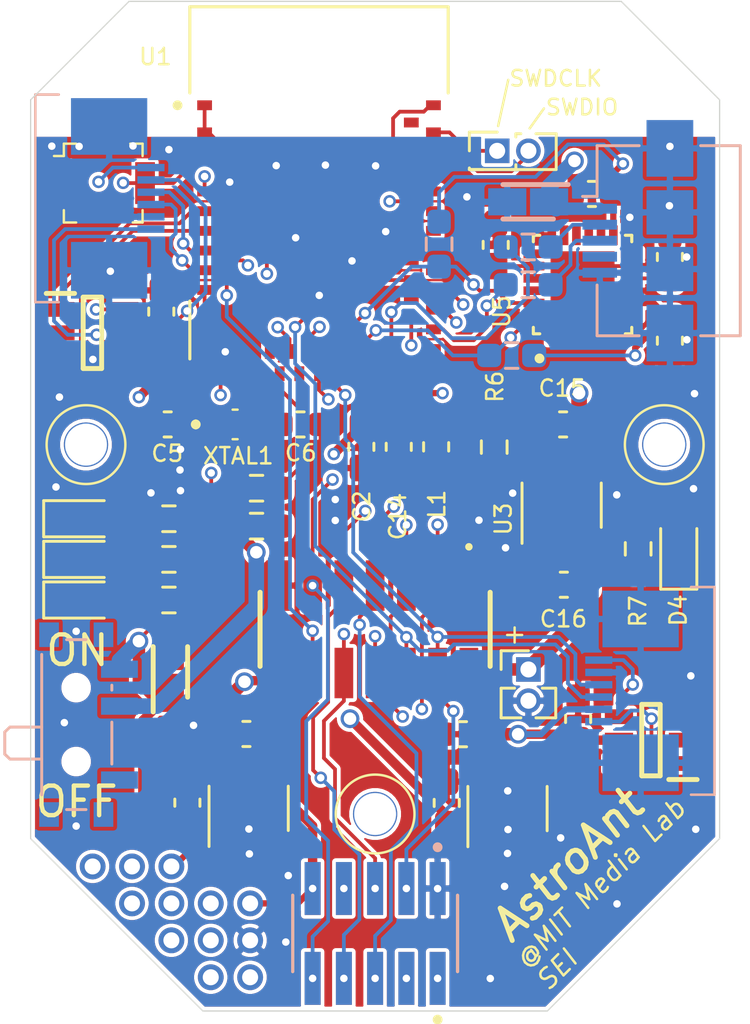
<source format=kicad_pcb>
(kicad_pcb (version 20171130) (host pcbnew "(5.1.8)-1")
  (layers (0 F.Cu signal) (1 GND power) (2 PWR power) (31 B.Cu signal) (34 B.Paste user hide) (35 F.Paste user hide) (36 B.SilkS user) (37 F.SilkS user) (38 B.Mask user hide) (39 F.Mask user hide) (44 Edge.Cuts user))
  (net 0 "")
  (net 1 GND)
  (net 2 VPP)
  (net 3 /LED2)
  (net 4 /LED1)
  (net 5 /SDA)
  (net 6 /SCL)
  (net 7 "Net-(R8-Pad2)")
  (net 8 "Net-(R9-Pad2)")
  (net 9 VBUS)
  (net 10 "Net-(L1-Pad2)")
  (net 11 +3V3)
  (net 12 "Net-(C6-Pad1)")
  (net 13 "Net-(C5-Pad1)")
  (net 14 "Net-(R7-Pad2)")
  (net 15 "Net-(R6-Pad1)")
  (net 16 "Net-(C11-Pad2)")
  (net 17 "Net-(D1-Pad2)")
  (net 18 "Net-(D2-Pad2)")
  (net 19 "Net-(D4-Pad1)")
  (net 20 /USB+)
  (net 21 /USB-)
  (net 22 "Net-(C4-Pad2)")
  (net 23 "Net-(C7-Pad2)")
  (net 24 /MISO)
  (net 25 /MOSI)
  (net 26 /SCK)
  (net 27 /SWDCLK)
  (net 28 /SWDIO)
  (net 29 /A1)
  (net 30 /A0)
  (net 31 VCC)
  (net 32 /M1_IN2)
  (net 33 /M1_IN1)
  (net 34 /M1_O1)
  (net 35 /M1_O2)
  (net 36 /M2_O1)
  (net 37 /M2_O2)
  (net 38 /~RESET)
  (net 39 /SWO)
  (net 40 /D13)
  (net 41 /D5)
  (net 42 /D12)
  (net 43 /D6)
  (net 44 /A5)
  (net 45 /A3)
  (net 46 /GP2)
  (net 47 /GP0)
  (net 48 "Net-(D3-Pad2)")
  (net 49 /MOTOR1_A)
  (net 50 /MOTOR1_B)
  (module digikey-footprints:Switch_Tactile_SMD_B3U-1000P (layer F.Cu) (at 178.95 97.38)
    (fp_text reference S1 hide)
    (fp_text value B3U-1000P)
    (pad 2 smd rect (at 1.7 0) (size 0.8 1.7) (layers F.Cu F.Paste F.Mask) (net 38 /~RESET))
    (pad 1 smd rect (at -1.7 0) (size 0.8 1.7) (layers F.Cu F.Paste F.Mask) (net 1 GND))
  )
  (module Mylib:1.27mm_pin_hole (layer F.Cu) (at 181.72 125.13)
    (fp_text reference J20 hide)
    (fp_text value 1_pin_sig)
    (pad 1 thru_hole circle (at 0 0) (size 1.05 1.05) (drill 0.65) (layers *.Cu *.Mask) (net 16 "Net-(C11-Pad2)"))
  )
  (module Mylib:1.27mm_pin_hole (layer F.Cu) (at 180.12 125.13)
    (fp_text reference J19 hide)
    (fp_text value 1_pin_sig)
    (pad 1 thru_hole circle (at 0 0) (size 1.05 1.05) (drill 0.65) (layers *.Cu *.Mask) (net 46 /GP2))
  )
  (module Mylib:1.27mm_pin_hole (layer F.Cu) (at 180.12 126.63)
    (fp_text reference J18 hide)
    (fp_text value 1_pin_sig)
    (pad 1 thru_hole circle (at 0 0) (size 1.05 1.05) (drill 0.65) (layers *.Cu *.Mask) (net 47 /GP0))
  )
  (module Mylib:1.27mm_pin_hole (layer F.Cu) (at 178.52 125.13)
    (fp_text reference J17 hide)
    (fp_text value 1_pin_sig)
    (pad 1 thru_hole circle (at 0 0) (size 1.05 1.05) (drill 0.65) (layers *.Cu *.Mask) (net 38 /~RESET))
  )
  (module Mylib:1.27mm_pin_hole (layer F.Cu) (at 188 128.13)
    (fp_text reference J16 hide)
    (fp_text value 1_pin_sig)
    (pad 1 thru_hole circle (at -4.68 0) (size 1.05 1.05) (drill 0.65) (layers *.Cu *.Mask))
  )
  (module Mylib:1.27mm_pin_hole (layer F.Cu) (at 183.32 126.63)
    (fp_text reference J15 hide)
    (fp_text value 1_pin_sig)
    (pad 1 thru_hole circle (at 0 0) (size 1.05 1.05) (drill 0.65) (layers *.Cu *.Mask) (net 39 /SWO))
  )
  (module Mylib:1.27mm_pin_hole (layer F.Cu) (at 189.61 128.13)
    (fp_text reference J14 hide)
    (fp_text value 1_pin_sig)
    (pad 1 thru_hole circle (at -4.69 0) (size 1.05 1.05) (drill 0.65) (layers *.Cu *.Mask) (net 1 GND))
  )
  (module Mylib:1.27mm_pin_hole (layer F.Cu) (at 186.36 128.13)
    (fp_text reference J13 hide)
    (fp_text value 1_pin_sig)
    (pad 1 thru_hole circle (at -4.64 0) (size 1.05 1.05) (drill 0.65) (layers *.Cu *.Mask))
  )
  (module Mylib:1.27mm_pin_hole (layer F.Cu) (at 183.32 129.63)
    (fp_text reference J12 hide)
    (fp_text value 1_pin_sig)
    (pad 1 thru_hole circle (at 0 0) (size 1.05 1.05) (drill 0.65) (layers *.Cu *.Mask))
  )
  (module Mylib:1.27mm_pin_hole (layer F.Cu) (at 185.56 126.63)
    (fp_text reference J11 hide)
    (fp_text value 1_pin_sig)
    (pad 1 thru_hole circle (at -0.64 0) (size 1.05 1.05) (drill 0.65) (layers *.Cu *.Mask) (net 11 +3V3))
  )
  (module Mylib:1.27mm_pin_hole (layer F.Cu) (at 184.92 129.63)
    (fp_text reference J10 hide)
    (fp_text value 1_pin_sig)
    (pad 1 thru_hole circle (at 0 0) (size 1.05 1.05) (drill 0.65) (layers *.Cu *.Mask))
  )
  (module Mylib:1.27mm_pin_hole (layer F.Cu) (at 180.96 126.63)
    (fp_text reference J9 hide)
    (fp_text value 1_pin_sig)
    (pad 1 thru_hole circle (at 0.76 0) (size 1.05 1.05) (drill 0.65) (layers *.Cu *.Mask) (net 44 /A5))
  )
  (module SamacSys_Parts:2002132100014C1LF (layer F.Cu) (at 190 115.5)
    (fp_text reference J6 hide)
    (fp_text value 20021321-00014C1LF hide)
    (pad 14 smd rect (at -3.81 1.775) (size 0.76 2.05) (layers F.Cu F.Paste F.Mask) (net 11 +3V3))
    (pad 13 smd rect (at -3.81 -1.775) (size 0.76 2.05) (layers F.Cu F.Paste F.Mask) (net 1 GND))
    (pad 12 smd rect (at -2.54 1.775) (size 0.76 2.05) (layers F.Cu F.Paste F.Mask) (net 45 /A3))
    (pad 11 smd rect (at -2.54 -1.775) (size 0.76 2.05) (layers F.Cu F.Paste F.Mask) (net 6 /SCL))
    (pad 10 smd rect (at -1.27 1.775) (size 0.76 2.05) (layers F.Cu F.Paste F.Mask) (net 43 /D6))
    (pad 9 smd rect (at -1.27 -1.775) (size 0.76 2.05) (layers F.Cu F.Paste F.Mask) (net 5 /SDA))
    (pad 8 smd rect (at 0 1.775) (size 0.76 2.05) (layers F.Cu F.Paste F.Mask) (net 42 /D12))
    (pad 7 smd rect (at 0 -1.775) (size 0.76 2.05) (layers F.Cu F.Paste F.Mask) (net 26 /SCK))
    (pad 6 smd rect (at 1.27 1.775) (size 0.76 2.05) (layers F.Cu F.Paste F.Mask) (net 41 /D5))
    (pad 5 smd rect (at 1.27 -1.775) (size 0.76 2.05) (layers F.Cu F.Paste F.Mask) (net 25 /MOSI))
    (pad 4 smd rect (at 2.54 1.775) (size 0.76 2.05) (layers F.Cu F.Paste F.Mask) (net 40 /D13))
    (pad 3 smd rect (at 2.54 -1.775) (size 0.76 2.05) (layers F.Cu F.Paste F.Mask) (net 24 /MISO))
    (pad 2 smd rect (at 3.81 1.775) (size 0.76 2.05) (layers F.Cu F.Paste F.Mask) (net 2 VPP))
    (pad 1 smd rect (at 3.81 -1.775) (size 0.76 2.05) (layers F.Cu F.Paste F.Mask) (net 1 GND))
  )
  (module SamacSys_Parts:SOT95P280X100-6N (layer F.Cu) (at 201.21 120 180)
    (fp_text reference IC2 hide)
    (fp_text value MP6513GJ-Z hide)
    (pad 6 smd rect (at 1.3 -0.95 270) (size 0.6 1.15) (layers F.Cu F.Paste F.Mask) (net 36 /M2_O1))
    (pad 5 smd rect (at 1.3 0 270) (size 0.6 1.15) (layers F.Cu F.Paste F.Mask) (net 31 VCC))
    (pad 4 smd rect (at 1.3 0.95 270) (size 0.6 1.15) (layers F.Cu F.Paste F.Mask) (net 37 /M2_O2))
    (pad 3 smd rect (at -1.3 0.95 270) (size 0.6 1.15) (layers F.Cu F.Paste F.Mask))
    (pad 2 smd rect (at -1.3 0 270) (size 0.6 1.15) (layers F.Cu F.Paste F.Mask) (net 1 GND))
    (pad 1 smd rect (at -1.3 -0.95 270) (size 0.6 1.15) (layers F.Cu F.Paste F.Mask))
  )
  (module SamacSys_Parts:SOT95P280X100-6N (layer F.Cu) (at 178.51 103.46)
    (fp_text reference IC1 hide)
    (fp_text value MP6513GJ-Z hide)
    (pad 6 smd rect (at 1.3 -0.95 90) (size 0.6 1.15) (layers F.Cu F.Paste F.Mask) (net 34 /M1_O1))
    (pad 5 smd rect (at 1.3 0 90) (size 0.6 1.15) (layers F.Cu F.Paste F.Mask) (net 31 VCC))
    (pad 4 smd rect (at 1.3 0.95 90) (size 0.6 1.15) (layers F.Cu F.Paste F.Mask) (net 35 /M1_O2))
    (pad 3 smd rect (at -1.3 0.95 90) (size 0.6 1.15) (layers F.Cu F.Paste F.Mask) (net 32 /M1_IN2))
    (pad 2 smd rect (at -1.3 0 90) (size 0.6 1.15) (layers F.Cu F.Paste F.Mask) (net 1 GND))
    (pad 1 smd rect (at -1.3 -0.95 90) (size 0.6 1.15) (layers F.Cu F.Paste F.Mask) (net 33 /M1_IN1))
  )
  (module Mylib:mounthole_1.8mm (layer F.Cu) (at 190 123)
    (fp_text reference H1 hide)
    (fp_text value M2)
    (pad "" np_thru_hole circle (at 0 0) (size 1.8 1.8) (drill 1.7) (layers *.Cu *.Mask))
  )
  (module Resistor_SMD:R_0603_1608Metric_Pad0.98x0.95mm_HandSolder (layer B.Cu) (at 195.55 104.38)
    (fp_text reference R11 hide)
    (fp_text value 10k)
    (pad 2 smd roundrect (at 0.9125 0) (size 0.975 0.95) (layers B.Cu B.Paste B.Mask) (net 11 +3V3))
    (pad 1 smd roundrect (at -0.9125 0) (size 0.975 0.95) (layers B.Cu B.Paste B.Mask) (net 5 /SDA))
  )
  (module Resistor_SMD:R_0603_1608Metric_Pad0.98x0.95mm_HandSolder (layer B.Cu) (at 192.6 99.86 90)
    (fp_text reference R10 hide)
    (fp_text value 10k)
    (pad 2 smd roundrect (at 0.9125 0 90) (size 0.975 0.95) (layers B.Cu B.Paste B.Mask) (net 11 +3V3))
    (pad 1 smd roundrect (at -0.9125 0 90) (size 0.975 0.95) (layers B.Cu B.Paste B.Mask) (net 6 /SCL))
  )
  (module Connector_PinHeader_1.27mm:PinHeader_2x01_P1.27mm_Vertical (layer F.Cu) (at 194.96 96.07)
    (fp_text reference J4 hide)
    (fp_text value 22-23-2021)
    (pad 2 thru_hole oval (at 1.27 0) (size 1 1) (drill 0.65) (layers *.Cu *.Mask) (net 28 /SWDIO))
    (pad 1 thru_hole rect (at 0 0) (size 1 1) (drill 0.65) (layers *.Cu *.Mask) (net 27 /SWDCLK))
  )
  (module SamacSys_Parts:CAPPM2014X170N (layer B.Cu) (at 196.22 98.14 180)
    (fp_text reference C13 hide)
    (fp_text value TAJP106K010RNJ hide)
    (pad 2 smd rect (at 0.85 0 90) (size 1.1 1.55) (layers B.Cu B.Paste B.Mask) (net 1 GND))
    (pad 1 smd rect (at -0.85 0 90) (size 1.1 1.55) (layers B.Cu B.Paste B.Mask) (net 9 VBUS))
  )
  (module SamacSys_Parts:CAPPM2014X170N (layer F.Cu) (at 181.68 117.23 90)
    (fp_text reference C9 hide)
    (fp_text value TAJP106K010RNJ hide)
    (pad 2 smd rect (at 0.85 0 180) (size 1.1 1.55) (layers F.Cu F.Paste F.Mask) (net 1 GND))
    (pad 1 smd rect (at -0.85 0 180) (size 1.1 1.55) (layers F.Cu F.Paste F.Mask) (net 16 "Net-(C11-Pad2)"))
  )
  (module Package_TO_SOT_SMD:SOT-23-5_HandSoldering (layer F.Cu) (at 195.38 122.78 90)
    (fp_text reference U7 hide)
    (fp_text value AP2112K-3.3)
    (pad 5 smd rect (at 1.35 -0.95 90) (size 1.56 0.65) (layers F.Cu F.Paste F.Mask) (net 31 VCC))
    (pad 4 smd rect (at 1.35 0.95 90) (size 1.56 0.65) (layers F.Cu F.Paste F.Mask))
    (pad 3 smd rect (at -1.35 0.95 90) (size 1.56 0.65) (layers F.Cu F.Paste F.Mask) (net 16 "Net-(C11-Pad2)"))
    (pad 2 smd rect (at -1.35 0 90) (size 1.56 0.65) (layers F.Cu F.Paste F.Mask) (net 1 GND))
    (pad 1 smd rect (at -1.35 -0.95 90) (size 1.56 0.65) (layers F.Cu F.Paste F.Mask) (net 16 "Net-(C11-Pad2)"))
  )
  (module Capacitor_SMD:C_0603_1608Metric_Pad1.08x0.95mm_HandSolder (layer F.Cu) (at 192.91 122.55 270)
    (fp_text reference C18 hide)
    (fp_text value 0.1uF)
    (pad 2 smd roundrect (at 0.8625 0 270) (size 1.075 0.95) (layers F.Cu F.Paste F.Mask) (net 16 "Net-(C11-Pad2)"))
    (pad 1 smd roundrect (at -0.8625 0 270) (size 1.075 0.95) (layers F.Cu F.Paste F.Mask) (net 1 GND))
  )
  (module Capacitor_SMD:C_0603_1608Metric_Pad1.08x0.95mm_HandSolder (layer F.Cu) (at 193.57 119.76)
    (fp_text reference C17 hide)
    (fp_text value 10uF)
    (pad 2 smd roundrect (at 0.8625 0) (size 1.075 0.95) (layers F.Cu F.Paste F.Mask) (net 31 VCC))
    (pad 1 smd roundrect (at -0.8625 0) (size 1.075 0.95) (layers F.Cu F.Paste F.Mask) (net 1 GND))
  )
  (module SamacSys_Parts:ECS32712512TR (layer F.Cu) (at 184.31 107.18)
    (fp_text reference XTAL1 (at 0.13 1.28) (layer F.SilkS) (effects (font (size 0.6604 0.6604) (thickness 0.1016))))
    (fp_text value 32.768KHz hide)
    (pad 2 smd rect (at 0.7 0) (size 0.6 1.1) (layers F.Cu F.Paste F.Mask) (net 12 "Net-(C6-Pad1)"))
    (pad 1 smd rect (at -0.7 0) (size 0.6 1.1) (layers F.Cu F.Paste F.Mask) (net 13 "Net-(C5-Pad1)"))
  )
  (module Capacitor_SMD:C_0603_1608Metric_Pad1.08x0.95mm_HandSolder (layer F.Cu) (at 197.67 113.69)
    (fp_text reference C16 (at -0.02 1.39) (layer F.SilkS) (effects (font (size 0.6604 0.6604) (thickness 0.1016))))
    (fp_text value 10uF)
    (pad 2 smd roundrect (at 0.8625 0) (size 1.075 0.95) (layers F.Cu F.Paste F.Mask) (net 2 VPP))
    (pad 1 smd roundrect (at -0.8625 0) (size 1.075 0.95) (layers F.Cu F.Paste F.Mask) (net 1 GND))
  )
  (module Capacitor_SMD:C_0603_1608Metric_Pad1.08x0.95mm_HandSolder (layer F.Cu) (at 197.64 107.18)
    (fp_text reference C15 (at -0.04 -1.47) (layer F.SilkS) (effects (font (size 0.6604 0.6604) (thickness 0.1016))))
    (fp_text value 10uF)
    (pad 2 smd roundrect (at 0.8625 0) (size 1.075 0.95) (layers F.Cu F.Paste F.Mask) (net 9 VBUS))
    (pad 1 smd roundrect (at -0.8625 0) (size 1.075 0.95) (layers F.Cu F.Paste F.Mask) (net 1 GND))
  )
  (module Capacitor_SMD:C_0603_1608Metric_Pad1.08x0.95mm_HandSolder (layer F.Cu) (at 190.96 108.09 90)
    (fp_text reference C14 (at -2.83 -0.04 90) (layer F.SilkS) (effects (font (size 0.6604 0.6604) (thickness 0.1016))))
    (fp_text value 10uF)
    (pad 2 smd roundrect (at 0.8625 0 90) (size 1.075 0.95) (layers F.Cu F.Paste F.Mask) (net 11 +3V3))
    (pad 1 smd roundrect (at -0.8625 0 90) (size 1.075 0.95) (layers F.Cu F.Paste F.Mask) (net 1 GND))
  )
  (module SamacSys_Parts:17345926 (layer B.Cu) (at 201.59 118 270)
    (fp_text reference J8 hide)
    (fp_text value 1734592-6 hide)
    (pad MP2 smd rect (at 2.92 0.8 270) (size 2.3 3.1) (layers B.Cu B.Paste B.Mask) (net 1 GND))
    (pad MP1 smd rect (at -2.92 0.8 270) (size 2.3 3.1) (layers B.Cu B.Paste B.Mask) (net 1 GND))
    (pad 6 smd rect (at 1.25 2.5 270) (size 0.3 1.1) (layers B.Cu B.Paste B.Mask) (net 36 /M2_O1))
    (pad 5 smd rect (at 0.75 2.5 270) (size 0.3 1.1) (layers B.Cu B.Paste B.Mask) (net 31 VCC))
    (pad 4 smd rect (at 0.25 2.5 270) (size 0.3 1.1) (layers B.Cu B.Paste B.Mask) (net 41 /D5))
    (pad 3 smd rect (at -0.25 2.5 270) (size 0.3 1.1) (layers B.Cu B.Paste B.Mask) (net 40 /D13))
    (pad 2 smd rect (at -0.75 2.5 270) (size 0.3 1.1) (layers B.Cu B.Paste B.Mask) (net 1 GND))
    (pad 1 smd rect (at -1.25 2.5 270) (size 0.3 1.1) (layers B.Cu B.Paste B.Mask) (net 37 /M2_O2))
  )
  (module SamacSys_Parts:17345926 (layer B.Cu) (at 178.39 98 90)
    (fp_text reference J3 hide)
    (fp_text value 1734592-6 hide)
    (pad MP2 smd rect (at 2.92 0.8 90) (size 2.3 3.1) (layers B.Cu B.Paste B.Mask) (net 1 GND))
    (pad MP1 smd rect (at -2.92 0.8 90) (size 2.3 3.1) (layers B.Cu B.Paste B.Mask) (net 1 GND))
    (pad 6 smd rect (at 1.25 2.5 90) (size 0.3 1.1) (layers B.Cu B.Paste B.Mask) (net 34 /M1_O1))
    (pad 5 smd rect (at 0.75 2.5 90) (size 0.3 1.1) (layers B.Cu B.Paste B.Mask) (net 31 VCC))
    (pad 4 smd rect (at 0.25 2.5 90) (size 0.3 1.1) (layers B.Cu B.Paste B.Mask) (net 49 /MOTOR1_A))
    (pad 3 smd rect (at -0.25 2.5 90) (size 0.3 1.1) (layers B.Cu B.Paste B.Mask) (net 50 /MOTOR1_B))
    (pad 2 smd rect (at -0.75 2.5 90) (size 0.3 1.1) (layers B.Cu B.Paste B.Mask) (net 1 GND))
    (pad 1 smd rect (at -1.25 2.5 90) (size 0.3 1.1) (layers B.Cu B.Paste B.Mask) (net 35 /M1_O2))
  )
  (module Mylib:mounthole_1.8mm (layer F.Cu) (at 201.75 108)
    (fp_text reference H3 hide)
    (fp_text value M2)
    (pad "" np_thru_hole circle (at 0 0) (size 1.8 1.8) (drill 1.7) (layers *.Cu *.Mask))
  )
  (module Mylib:mounthole_1.8mm (layer F.Cu) (at 178.25 108)
    (fp_text reference H2 hide)
    (fp_text value M2)
    (pad "" np_thru_hole circle (at 0 0) (size 1.8 1.8) (drill 1.7) (layers *.Cu *.Mask))
  )
  (module "SnapEDA Library:HARWIN_M50-3100545" (layer B.Cu) (at 190 127.85)
    (fp_text reference J7 hide)
    (fp_text value 20021321-00010C4LF)
    (pad 9 smd rect (at -2.54 -1.825) (size 0.65 2.15) (layers B.Cu B.Paste B.Mask) (net 11 +3V3))
    (pad 7 smd rect (at -1.27 -1.825) (size 0.65 2.15) (layers B.Cu B.Paste B.Mask) (net 29 /A1))
    (pad 5 smd rect (at 0 -1.825) (size 0.65 2.15) (layers B.Cu B.Paste B.Mask) (net 43 /D6))
    (pad 3 smd rect (at 1.27 -1.825) (size 0.65 2.15) (layers B.Cu B.Paste B.Mask) (net 40 /D13))
    (pad 1 smd rect (at 2.54 -1.825) (size 0.65 2.15) (layers B.Cu B.Paste B.Mask) (net 1 GND))
    (pad 10 smd rect (at -2.54 1.825) (size 0.65 2.15) (layers B.Cu B.Paste B.Mask) (net 6 /SCL))
    (pad 8 smd rect (at -1.27 1.825) (size 0.65 2.15) (layers B.Cu B.Paste B.Mask) (net 5 /SDA))
    (pad 6 smd rect (at 0 1.825) (size 0.65 2.15) (layers B.Cu B.Paste B.Mask) (net 26 /SCK))
    (pad 4 smd rect (at 1.27 1.825) (size 0.65 2.15) (layers B.Cu B.Paste B.Mask) (net 25 /MOSI))
    (pad 2 smd rect (at 2.54 1.825) (size 0.65 2.15) (layers B.Cu B.Paste B.Mask) (net 24 /MISO))
  )
  (module "SnapEDA Library:HARWIN_M50-3100545" (layer F.Cu) (at 190 127.85)
    (fp_text reference J5 hide)
    (fp_text value 20021321-00010C4LF)
    (pad 9 smd rect (at -2.54 1.825) (size 0.65 2.15) (layers F.Cu F.Paste F.Mask) (net 6 /SCL))
    (pad 7 smd rect (at -1.27 1.825) (size 0.65 2.15) (layers F.Cu F.Paste F.Mask) (net 5 /SDA))
    (pad 5 smd rect (at 0 1.825) (size 0.65 2.15) (layers F.Cu F.Paste F.Mask) (net 26 /SCK))
    (pad 3 smd rect (at 1.27 1.825) (size 0.65 2.15) (layers F.Cu F.Paste F.Mask) (net 25 /MOSI))
    (pad 1 smd rect (at 2.54 1.825) (size 0.65 2.15) (layers F.Cu F.Paste F.Mask) (net 24 /MISO))
    (pad 10 smd rect (at -2.54 -1.825) (size 0.65 2.15) (layers F.Cu F.Paste F.Mask) (net 11 +3V3))
    (pad 8 smd rect (at -1.27 -1.825) (size 0.65 2.15) (layers F.Cu F.Paste F.Mask) (net 29 /A1))
    (pad 6 smd rect (at 0 -1.825) (size 0.65 2.15) (layers F.Cu F.Paste F.Mask) (net 43 /D6))
    (pad 4 smd rect (at 1.27 -1.825) (size 0.65 2.15) (layers F.Cu F.Paste F.Mask) (net 40 /D13))
    (pad 2 smd rect (at 2.54 -1.825) (size 0.65 2.15) (layers F.Cu F.Paste F.Mask) (net 1 GND))
  )
  (module Capacitor_SMD:C_0603_1608Metric_Pad1.08x0.95mm_HandSolder (layer F.Cu) (at 181.31 102.6 270)
    (fp_text reference C12 hide)
    (fp_text value 0.1uF)
    (pad 2 smd roundrect (at 0.8625 0 270) (size 1.075 0.95) (layers F.Cu F.Paste F.Mask) (net 31 VCC))
    (pad 1 smd roundrect (at -0.8625 0 270) (size 1.075 0.95) (layers F.Cu F.Paste F.Mask) (net 1 GND))
  )
  (module Capacitor_SMD:C_0603_1608Metric_Pad1.08x0.95mm_HandSolder (layer F.Cu) (at 198.25 119.14 270)
    (fp_text reference C8 hide)
    (fp_text value 0.1uF)
    (pad 2 smd roundrect (at 0.8625 0 270) (size 1.075 0.95) (layers F.Cu F.Paste F.Mask) (net 31 VCC))
    (pad 1 smd roundrect (at -0.8625 0 270) (size 1.075 0.95) (layers F.Cu F.Paste F.Mask) (net 1 GND))
  )
  (module Mylib:IC_MPU6050 (layer F.Cu) (at 198.43 101.5 90)
    (fp_text reference U5 (at -1.1 -3.28 90) (layer F.SilkS) (effects (font (size 0.6604 0.6604) (thickness 0.1016))))
    (fp_text value MPU6050)
    (pad 24 smd rect (at -1.25 -1.975 90) (size 0.35 0.85) (layers F.Cu F.Paste F.Mask) (net 5 /SDA))
    (pad 23 smd rect (at -0.75 -1.975 90) (size 0.35 0.85) (layers F.Cu F.Paste F.Mask) (net 6 /SCL))
    (pad 22 smd rect (at -0.25 -1.975 90) (size 0.35 0.85) (layers F.Cu F.Paste F.Mask))
    (pad 21 smd rect (at 0.25 -1.975 90) (size 0.35 0.85) (layers F.Cu F.Paste F.Mask))
    (pad 20 smd rect (at 0.75 -1.975 90) (size 0.35 0.85) (layers F.Cu F.Paste F.Mask) (net 23 "Net-(C7-Pad2)"))
    (pad 19 smd rect (at 1.25 -1.975 90) (size 0.35 0.85) (layers F.Cu F.Paste F.Mask))
    (pad 18 smd rect (at 2 -1.25 90) (size 0.8 0.35) (layers F.Cu F.Paste F.Mask) (net 1 GND))
    (pad 17 smd rect (at 2 -0.75 90) (size 0.8 0.35) (layers F.Cu F.Paste F.Mask))
    (pad 16 smd rect (at 2 -0.25 90) (size 0.8 0.35) (layers F.Cu F.Paste F.Mask))
    (pad 15 smd rect (at 2 0.25 90) (size 0.8 0.35) (layers F.Cu F.Paste F.Mask))
    (pad 14 smd rect (at 2 0.75 90) (size 0.8 0.35) (layers F.Cu F.Paste F.Mask))
    (pad 13 smd rect (at 2 1.25 90) (size 0.8 0.35) (layers F.Cu F.Paste F.Mask) (net 11 +3V3))
    (pad 12 smd rect (at 1.25 1.975 90) (size 0.35 0.85) (layers F.Cu F.Paste F.Mask))
    (pad 11 smd rect (at 0.75 1.975 90) (size 0.35 0.85) (layers F.Cu F.Paste F.Mask) (net 1 GND))
    (pad 10 smd rect (at 0.25 1.975 90) (size 0.35 0.85) (layers F.Cu F.Paste F.Mask) (net 22 "Net-(C4-Pad2)"))
    (pad 9 smd rect (at -0.25 1.975 90) (size 0.35 0.85) (layers F.Cu F.Paste F.Mask) (net 1 GND))
    (pad 8 smd rect (at -0.75 1.975 90) (size 0.35 0.85) (layers F.Cu F.Paste F.Mask) (net 11 +3V3))
    (pad 7 smd rect (at -1.25 1.975 90) (size 0.35 0.85) (layers F.Cu F.Paste F.Mask))
    (pad 6 smd rect (at -2 1.25 90) (size 0.8 0.35) (layers F.Cu F.Paste F.Mask))
    (pad 5 smd rect (at -2 0.75 90) (size 0.8 0.35) (layers F.Cu F.Paste F.Mask))
    (pad 4 smd rect (at -2 0.25 90) (size 0.8 0.35) (layers F.Cu F.Paste F.Mask))
    (pad 3 smd rect (at -2 -0.25 90) (size 0.8 0.35) (layers F.Cu F.Paste F.Mask))
    (pad 2 smd rect (at -2 -0.75 90) (size 0.8 0.35) (layers F.Cu F.Paste F.Mask))
    (pad 25 smd rect (at 0 0 90) (size 2.7 2.6) (layers F.Cu F.Mask) (net 1 GND))
    (pad 1 smd rect (at -2 -1.25 90) (size 0.8 0.35) (layers F.Cu F.Paste F.Mask))
  )
  (module Capacitor_SMD:C_0603_1608Metric_Pad1.08x0.95mm_HandSolder (layer F.Cu) (at 194.9 99.89 270)
    (fp_text reference C7 hide)
    (fp_text value 2200pF hide)
    (pad 2 smd roundrect (at 0.8625 0 270) (size 1.075 0.95) (layers F.Cu F.Paste F.Mask) (net 23 "Net-(C7-Pad2)"))
    (pad 1 smd roundrect (at -0.8625 0 270) (size 1.075 0.95) (layers F.Cu F.Paste F.Mask) (net 1 GND))
  )
  (module Capacitor_SMD:C_0603_1608Metric_Pad1.08x0.95mm_HandSolder (layer F.Cu) (at 201.98 100.38 270)
    (fp_text reference C4 hide)
    (fp_text value 0.1uF)
    (pad 2 smd roundrect (at 0.8625 0 270) (size 1.075 0.95) (layers F.Cu F.Paste F.Mask) (net 22 "Net-(C4-Pad2)"))
    (pad 1 smd roundrect (at -0.8625 0 270) (size 1.075 0.95) (layers F.Cu F.Paste F.Mask) (net 1 GND))
  )
  (module Capacitor_SMD:C_0603_1608Metric_Pad1.08x0.95mm_HandSolder (layer F.Cu) (at 201.98 103.78 90)
    (fp_text reference C3 hide)
    (fp_text value 10000pF)
    (pad 2 smd roundrect (at 0.8625 0 90) (size 1.075 0.95) (layers F.Cu F.Paste F.Mask) (net 11 +3V3))
    (pad 1 smd roundrect (at -0.8625 0 90) (size 1.075 0.95) (layers F.Cu F.Paste F.Mask) (net 1 GND))
  )
  (module Capacitor_SMD:C_0603_1608Metric_Pad1.08x0.95mm_HandSolder (layer F.Cu) (at 198.81 97.82)
    (fp_text reference C1 hide)
    (fp_text value 0.1uF)
    (pad 2 smd roundrect (at 0.8625 0) (size 1.075 0.95) (layers F.Cu F.Paste F.Mask) (net 11 +3V3))
    (pad 1 smd roundrect (at -0.8625 0) (size 1.075 0.95) (layers F.Cu F.Paste F.Mask) (net 1 GND))
  )
  (module Package_TO_SOT_SMD:SOT-23-5_HandSoldering (layer F.Cu) (at 184.86 122.77 90)
    (fp_text reference U4 hide)
    (fp_text value AP2112K-3.3)
    (pad 5 smd rect (at 1.35 -0.95 90) (size 1.56 0.65) (layers F.Cu F.Paste F.Mask) (net 11 +3V3))
    (pad 4 smd rect (at 1.35 0.95 90) (size 1.56 0.65) (layers F.Cu F.Paste F.Mask))
    (pad 3 smd rect (at -1.35 0.95 90) (size 1.56 0.65) (layers F.Cu F.Paste F.Mask) (net 16 "Net-(C11-Pad2)"))
    (pad 2 smd rect (at -1.35 0 90) (size 1.56 0.65) (layers F.Cu F.Paste F.Mask) (net 1 GND))
    (pad 1 smd rect (at -1.35 -0.95 90) (size 1.56 0.65) (layers F.Cu F.Paste F.Mask) (net 16 "Net-(C11-Pad2)"))
  )
  (module Package_TO_SOT_SMD:SOT-23-5_HandSoldering (layer F.Cu) (at 197.58 110.46 90)
    (fp_text reference U3 (at -0.56 -2.37 90) (layer F.SilkS) (effects (font (size 0.6604 0.6604) (thickness 0.1016))))
    (fp_text value MCP73831T-2ACI_OT)
    (pad 5 smd rect (at 1.35 -0.95 90) (size 1.56 0.65) (layers F.Cu F.Paste F.Mask) (net 15 "Net-(R6-Pad1)"))
    (pad 4 smd rect (at 1.35 0.95 90) (size 1.56 0.65) (layers F.Cu F.Paste F.Mask) (net 9 VBUS))
    (pad 3 smd rect (at -1.35 0.95 90) (size 1.56 0.65) (layers F.Cu F.Paste F.Mask) (net 2 VPP))
    (pad 2 smd rect (at -1.35 0 90) (size 1.56 0.65) (layers F.Cu F.Paste F.Mask) (net 1 GND))
    (pad 1 smd rect (at -1.35 -0.95 90) (size 1.56 0.65) (layers F.Cu F.Paste F.Mask) (net 14 "Net-(R7-Pad2)"))
  )
  (module Mylib:XCVR_MDBT50Q-1MV2 (layer F.Cu) (at 187.72 97.97)
    (fp_text reference U1 (at -6.65 -5.72) (layer F.SilkS) (effects (font (size 0.6604 0.6604) (thickness 0.1016))))
    (fp_text value MDBT50Q-1MV2)
    (pad 61 smd rect (at 2 0.55) (size 0.4 0.6) (layers F.Cu F.Paste F.Mask))
    (pad 60 smd rect (at 1.2 0.55) (size 0.4 0.6) (layers F.Cu F.Paste F.Mask))
    (pad 59 smd rect (at 0.4 0.55) (size 0.4 0.6) (layers F.Cu F.Paste F.Mask))
    (pad 58 smd rect (at -0.4 0.55) (size 0.4 0.6) (layers F.Cu F.Paste F.Mask))
    (pad 57 smd rect (at -1.2 0.55) (size 0.4 0.6) (layers F.Cu F.Paste F.Mask))
    (pad 56 smd rect (at -2 0.55) (size 0.4 0.6) (layers F.Cu F.Paste F.Mask))
    (pad 55 smd rect (at 4.65 -3.75) (size 0.6 0.4) (layers F.Cu F.Paste F.Mask) (net 1 GND))
    (pad 54 smd rect (at 3.75 -3.05) (size 0.6 0.4) (layers F.Cu F.Paste F.Mask))
    (pad 53 smd rect (at 4.65 -2.65) (size 0.6 0.4) (layers F.Cu F.Paste F.Mask) (net 27 /SWDCLK))
    (pad 52 smd rect (at 3.75 -2.25) (size 0.6 0.4) (layers F.Cu F.Paste F.Mask))
    (pad 51 smd rect (at 4.65 -1.85) (size 0.6 0.4) (layers F.Cu F.Paste F.Mask) (net 28 /SWDIO))
    (pad 50 smd rect (at 3.75 -1.45) (size 0.6 0.4) (layers F.Cu F.Paste F.Mask))
    (pad 49 smd rect (at 3.75 -0.65) (size 0.6 0.4) (layers F.Cu F.Paste F.Mask))
    (pad 48 smd rect (at 4.65 -0.25) (size 0.6 0.4) (layers F.Cu F.Paste F.Mask))
    (pad 47 smd rect (at 3.75 0.15) (size 0.6 0.4) (layers F.Cu F.Paste F.Mask) (net 39 /SWO))
    (pad 46 smd rect (at 4.65 0.55) (size 0.6 0.4) (layers F.Cu F.Paste F.Mask))
    (pad 45 smd rect (at 3.75 0.95) (size 0.6 0.4) (layers F.Cu F.Paste F.Mask))
    (pad 44 smd rect (at 4.65 1.35) (size 0.6 0.4) (layers F.Cu F.Paste F.Mask))
    (pad 43 smd rect (at 3.75 1.75) (size 0.6 0.4) (layers F.Cu F.Paste F.Mask))
    (pad 42 smd rect (at 3.75 2.55) (size 0.6 0.4) (layers F.Cu F.Paste F.Mask))
    (pad 41 smd rect (at 4.65 2.95) (size 0.6 0.4) (layers F.Cu F.Paste F.Mask))
    (pad 40 smd rect (at 3.75 3.35) (size 0.6 0.4) (layers F.Cu F.Paste F.Mask) (net 38 /~RESET))
    (pad 39 smd rect (at 4.65 3.75) (size 0.6 0.4) (layers F.Cu F.Paste F.Mask) (net 24 /MISO))
    (pad 38 smd rect (at 3.75 4.15) (size 0.6 0.4) (layers F.Cu F.Paste F.Mask))
    (pad 37 smd rect (at 4.65 4.55) (size 0.6 0.4) (layers F.Cu F.Paste F.Mask) (net 25 /MOSI))
    (pad 36 smd rect (at 3.75 4.95) (size 0.6 0.4) (layers F.Cu F.Paste F.Mask) (net 26 /SCK))
    (pad 35 smd rect (at 4.65 5.35) (size 0.6 0.4) (layers F.Cu F.Paste F.Mask) (net 7 "Net-(R8-Pad2)"))
    (pad 34 smd rect (at 4.65 6.15) (size 0.6 0.4) (layers F.Cu F.Paste F.Mask) (net 8 "Net-(R9-Pad2)"))
    (pad 33 smd rect (at 4.8 7.15) (size 0.4 0.6) (layers F.Cu F.Paste F.Mask) (net 1 GND))
    (pad 32 smd rect (at 4 7.15) (size 0.4 0.6) (layers F.Cu F.Paste F.Mask) (net 9 VBUS))
    (pad 31 smd rect (at 3.2 7.15) (size 0.4 0.6) (layers F.Cu F.Paste F.Mask) (net 10 "Net-(L1-Pad2)"))
    (pad 30 smd rect (at 2.4 7.15) (size 0.4 0.6) (layers F.Cu F.Paste F.Mask) (net 11 +3V3))
    (pad 29 smd rect (at 2 6.25) (size 0.4 0.6) (layers F.Cu F.Paste F.Mask) (net 5 /SDA))
    (pad 28 smd rect (at 1.6 7.15) (size 0.4 0.6) (layers F.Cu F.Paste F.Mask) (net 11 +3V3))
    (pad 27 smd rect (at 1.2 6.25) (size 0.4 0.6) (layers F.Cu F.Paste F.Mask) (net 6 /SCL))
    (pad 26 smd rect (at 0.8 7.15) (size 0.4 0.6) (layers F.Cu F.Paste F.Mask) (net 40 /D13))
    (pad 25 smd rect (at 0.4 6.25) (size 0.4 0.6) (layers F.Cu F.Paste F.Mask) (net 41 /D5))
    (pad 24 smd rect (at 0 7.15) (size 0.4 0.6) (layers F.Cu F.Paste F.Mask) (net 42 /D12))
    (pad 23 smd rect (at -0.4 6.25) (size 0.4 0.6) (layers F.Cu F.Paste F.Mask) (net 43 /D6))
    (pad 22 smd rect (at -0.8 7.15) (size 0.4 0.6) (layers F.Cu F.Paste F.Mask))
    (pad 21 smd rect (at -1.2 6.25) (size 0.4 0.6) (layers F.Cu F.Paste F.Mask) (net 29 /A1))
    (pad 20 smd rect (at -1.6 7.15) (size 0.4 0.6) (layers F.Cu F.Paste F.Mask) (net 30 /A0))
    (pad 19 smd rect (at -2 6.25) (size 0.4 0.6) (layers F.Cu F.Paste F.Mask))
    (pad 18 smd rect (at -2.4 7.15) (size 0.4 0.6) (layers F.Cu F.Paste F.Mask) (net 12 "Net-(C6-Pad1)"))
    (pad 17 smd rect (at -3.2 7.15) (size 0.4 0.6) (layers F.Cu F.Paste F.Mask) (net 13 "Net-(C5-Pad1)"))
    (pad 16 smd rect (at -4 7.15) (size 0.4 0.6) (layers F.Cu F.Paste F.Mask) (net 3 /LED2))
    (pad 15 smd rect (at -4.8 7.15) (size 0.4 0.6) (layers F.Cu F.Paste F.Mask) (net 1 GND))
    (pad 14 smd rect (at -4.65 3.75) (size 0.6 0.4) (layers F.Cu F.Paste F.Mask) (net 4 /LED1))
    (pad 13 smd rect (at -3.75 3.35) (size 0.6 0.4) (layers F.Cu F.Paste F.Mask) (net 45 /A3))
    (pad 12 smd rect (at -4.65 2.95) (size 0.6 0.4) (layers F.Cu F.Paste F.Mask) (net 50 /MOTOR1_B))
    (pad 11 smd rect (at -3.75 2.55) (size 0.6 0.4) (layers F.Cu F.Paste F.Mask) (net 46 /GP2))
    (pad 10 smd rect (at -4.65 2.15) (size 0.6 0.4) (layers F.Cu F.Paste F.Mask) (net 49 /MOTOR1_A))
    (pad 9 smd rect (at -3.75 1.75) (size 0.6 0.4) (layers F.Cu F.Paste F.Mask) (net 44 /A5))
    (pad 8 smd rect (at -4.65 1.35) (size 0.6 0.4) (layers F.Cu F.Paste F.Mask) (net 32 /M1_IN2))
    (pad 7 smd rect (at -3.75 0.95) (size 0.6 0.4) (layers F.Cu F.Paste F.Mask))
    (pad 6 smd rect (at -4.65 0.55) (size 0.6 0.4) (layers F.Cu F.Paste F.Mask) (net 33 /M1_IN1))
    (pad 5 smd rect (at -3.75 0.15) (size 0.6 0.4) (layers F.Cu F.Paste F.Mask))
    (pad 4 smd rect (at -4.65 -0.25) (size 0.6 0.4) (layers F.Cu F.Paste F.Mask) (net 47 /GP0))
    (pad 3 smd rect (at -4.65 -1.85) (size 0.6 0.4) (layers F.Cu F.Paste F.Mask))
    (pad 2 smd rect (at -4.65 -2.65) (size 0.6 0.4) (layers F.Cu F.Paste F.Mask) (net 1 GND))
    (pad 1 smd rect (at -4.65 -3.75) (size 0.6 0.4) (layers F.Cu F.Paste F.Mask) (net 1 GND))
  )
  (module Capacitor_SMD:C_0603_1608Metric_Pad1.08x0.95mm_HandSolder (layer F.Cu) (at 189.44 108.09 90)
    (fp_text reference C2 (at -2.42 0.02 90) (layer F.SilkS) (effects (font (size 0.6604 0.6604) (thickness 0.1016))))
    (fp_text value 10uF)
    (pad 2 smd roundrect (at 0.8625 0 90) (size 1.075 0.95) (layers F.Cu F.Paste F.Mask) (net 11 +3V3))
    (pad 1 smd roundrect (at -0.8625 0 90) (size 1.075 0.95) (layers F.Cu F.Paste F.Mask) (net 1 GND))
  )
  (module Capacitor_SMD:C_0603_1608Metric_Pad1.08x0.95mm_HandSolder (layer F.Cu) (at 181.57 107.18 180)
    (fp_text reference C5 (at 0.02 -1.18) (layer F.SilkS) (effects (font (size 0.6604 0.6604) (thickness 0.1016))))
    (fp_text value 22PF)
    (pad 2 smd roundrect (at 0.8625 0 180) (size 1.075 0.95) (layers F.Cu F.Paste F.Mask) (net 1 GND))
    (pad 1 smd roundrect (at -0.8625 0 180) (size 1.075 0.95) (layers F.Cu F.Paste F.Mask) (net 13 "Net-(C5-Pad1)"))
  )
  (module Capacitor_SMD:C_0603_1608Metric_Pad1.08x0.95mm_HandSolder (layer F.Cu) (at 186.97 107.18)
    (fp_text reference C6 (at 0.01 1.16) (layer F.SilkS) (effects (font (size 0.6604 0.6604) (thickness 0.1016))))
    (fp_text value 22PF)
    (pad 1 smd roundrect (at -0.8625 0) (size 1.075 0.95) (layers F.Cu F.Paste F.Mask) (net 12 "Net-(C6-Pad1)"))
    (pad 2 smd roundrect (at 0.8625 0) (size 1.075 0.95) (layers F.Cu F.Paste F.Mask) (net 1 GND))
  )
  (module Capacitor_SMD:C_0603_1608Metric_Pad1.08x0.95mm_HandSolder (layer F.Cu) (at 184.77 119.75 180)
    (fp_text reference C10 hide)
    (fp_text value 10uF)
    (pad 2 smd roundrect (at 0.8625 0 180) (size 1.075 0.95) (layers F.Cu F.Paste F.Mask) (net 11 +3V3))
    (pad 1 smd roundrect (at -0.8625 0 180) (size 1.075 0.95) (layers F.Cu F.Paste F.Mask) (net 1 GND))
  )
  (module Capacitor_SMD:C_0603_1608Metric_Pad1.08x0.95mm_HandSolder (layer F.Cu) (at 182.37 122.54 270)
    (fp_text reference C11 hide)
    (fp_text value 0.1uF)
    (pad 1 smd roundrect (at -0.8625 0 270) (size 1.075 0.95) (layers F.Cu F.Paste F.Mask) (net 1 GND))
    (pad 2 smd roundrect (at 0.8625 0 270) (size 1.075 0.95) (layers F.Cu F.Paste F.Mask) (net 16 "Net-(C11-Pad2)"))
  )
  (module LED_SMD:LED_0603_1608Metric_Pad1.05x0.95mm_HandSolder (layer F.Cu) (at 178.19 111.01)
    (fp_text reference D1 hide)
    (fp_text value LED)
    (pad 1 smd roundrect (at -0.875 0) (size 1.05 0.95) (layers F.Cu F.Paste F.Mask) (net 1 GND))
    (pad 2 smd roundrect (at 0.875 0) (size 1.05 0.95) (layers F.Cu F.Paste F.Mask) (net 17 "Net-(D1-Pad2)"))
  )
  (module LED_SMD:LED_0603_1608Metric_Pad1.05x0.95mm_HandSolder (layer F.Cu) (at 178.19 112.66)
    (fp_text reference D2 hide)
    (fp_text value LED)
    (pad 2 smd roundrect (at 0.875 0) (size 1.05 0.95) (layers F.Cu F.Paste F.Mask) (net 18 "Net-(D2-Pad2)"))
    (pad 1 smd roundrect (at -0.875 0) (size 1.05 0.95) (layers F.Cu F.Paste F.Mask) (net 1 GND))
  )
  (module LED_SMD:LED_0603_1608Metric_Pad1.05x0.95mm_HandSolder (layer F.Cu) (at 178.19 114.31)
    (fp_text reference D3 hide)
    (fp_text value LED)
    (pad 1 smd roundrect (at -0.875 0) (size 1.05 0.95) (layers F.Cu F.Paste F.Mask) (net 1 GND))
    (pad 2 smd roundrect (at 0.875 0) (size 1.05 0.95) (layers F.Cu F.Paste F.Mask) (net 48 "Net-(D3-Pad2)"))
  )
  (module LED_SMD:LED_0603_1608Metric_Pad1.05x0.95mm_HandSolder (layer F.Cu) (at 202.34 112.21 90)
    (fp_text reference D4 (at -2.52 -0.02 270) (layer F.SilkS) (effects (font (size 0.6604 0.6604) (thickness 0.1016))))
    (fp_text value LED)
    (pad 2 smd roundrect (at 0.875 0 90) (size 1.05 0.95) (layers F.Cu F.Paste F.Mask) (net 9 VBUS))
    (pad 1 smd roundrect (at -0.875 0 90) (size 1.05 0.95) (layers F.Cu F.Paste F.Mask) (net 19 "Net-(D4-Pad1)"))
  )
  (module Connector_PinHeader_1.27mm:PinHeader_1x02_P1.27mm_Vertical (layer F.Cu) (at 196.23 117.13)
    (fp_text reference J1 hide)
    (fp_text value 22-23-2021)
    (pad 1 thru_hole rect (at 0 0) (size 1 1) (drill 0.65) (layers *.Cu *.Mask) (net 2 VPP))
    (pad 2 thru_hole oval (at 0 1.27) (size 1 1) (drill 0.65) (layers *.Cu *.Mask) (net 1 GND))
  )
  (module Connector_USB:USB_Micro-B_Amphenol_10104110_Horizontal (layer B.Cu) (at 200.68 99.72 270)
    (fp_text reference J2 hide)
    (fp_text value USB_B_Micro)
    (pad 6 smd rect (at 1.15 -1.3 270) (size 1.8 1.9) (layers B.Cu B.Paste B.Mask) (net 1 GND))
    (pad 6 smd rect (at -1.15 -1.3 270) (size 1.8 1.9) (layers B.Cu B.Paste B.Mask) (net 1 GND))
    (pad 6 smd rect (at 3.75 -1.3 270) (size 2.3 1.9) (layers B.Cu B.Paste B.Mask) (net 1 GND))
    (pad 6 smd rect (at -3.75 -1.3 270) (size 2.3 1.9) (layers B.Cu B.Paste B.Mask) (net 1 GND))
    (pad 5 smd rect (at 1.3 1.55 270) (size 0.4 1.4) (layers B.Cu B.Paste B.Mask) (net 1 GND))
    (pad 4 smd rect (at 0.65 1.55 270) (size 0.4 1.4) (layers B.Cu B.Paste B.Mask))
    (pad 3 smd rect (at 0 1.55 270) (size 0.4 1.4) (layers B.Cu B.Paste B.Mask) (net 20 /USB+))
    (pad 2 smd rect (at -0.65 1.55 270) (size 0.4 1.4) (layers B.Cu B.Paste B.Mask) (net 21 /USB-))
    (pad 1 smd rect (at -1.3 1.55 270) (size 0.4 1.4) (layers B.Cu B.Paste B.Mask) (net 9 VBUS))
  )
  (module Inductor_SMD:L_0603_1608Metric_Pad1.05x0.95mm_HandSolder (layer F.Cu) (at 192.48 108.09 90)
    (fp_text reference L1 (at -2.33 0.03 90) (layer F.SilkS) (effects (font (size 0.6604 0.6604) (thickness 0.1016))))
    (fp_text value 10uH)
    (pad 1 smd roundrect (at -0.875 0 90) (size 1.05 0.95) (layers F.Cu F.Paste F.Mask) (net 11 +3V3))
    (pad 2 smd roundrect (at 0.875 0 90) (size 1.05 0.95) (layers F.Cu F.Paste F.Mask) (net 10 "Net-(L1-Pad2)"))
  )
  (module Resistor_SMD:R_0603_1608Metric_Pad0.98x0.95mm_HandSolder (layer F.Cu) (at 185.18 111.31 180)
    (fp_text reference R1 hide)
    (fp_text value 100k)
    (pad 1 smd roundrect (at -0.9125 0 180) (size 0.975 0.95) (layers F.Cu F.Paste F.Mask) (net 30 /A0))
    (pad 2 smd roundrect (at 0.9125 0 180) (size 0.975 0.95) (layers F.Cu F.Paste F.Mask) (net 2 VPP))
  )
  (module Resistor_SMD:R_0603_1608Metric_Pad0.98x0.95mm_HandSolder (layer F.Cu) (at 185.18 109.77)
    (fp_text reference R2 hide)
    (fp_text value 100k)
    (pad 2 smd roundrect (at 0.9125 0) (size 0.975 0.95) (layers F.Cu F.Paste F.Mask) (net 30 /A0))
    (pad 1 smd roundrect (at -0.9125 0) (size 0.975 0.95) (layers F.Cu F.Paste F.Mask) (net 1 GND))
  )
  (module Resistor_SMD:R_0603_1608Metric_Pad0.98x0.95mm_HandSolder (layer F.Cu) (at 181.62 111.01)
    (fp_text reference R3 hide)
    (fp_text value 1k)
    (pad 1 smd roundrect (at -0.9125 0) (size 0.975 0.95) (layers F.Cu F.Paste F.Mask) (net 17 "Net-(D1-Pad2)"))
    (pad 2 smd roundrect (at 0.9125 0) (size 0.975 0.95) (layers F.Cu F.Paste F.Mask) (net 4 /LED1))
  )
  (module Resistor_SMD:R_0603_1608Metric_Pad0.98x0.95mm_HandSolder (layer F.Cu) (at 181.62 112.66)
    (fp_text reference R4 hide)
    (fp_text value 1k)
    (pad 2 smd roundrect (at 0.9125 0) (size 0.975 0.95) (layers F.Cu F.Paste F.Mask) (net 3 /LED2))
    (pad 1 smd roundrect (at -0.9125 0) (size 0.975 0.95) (layers F.Cu F.Paste F.Mask) (net 18 "Net-(D2-Pad2)"))
  )
  (module Resistor_SMD:R_0603_1608Metric_Pad0.98x0.95mm_HandSolder (layer F.Cu) (at 181.62 114.31 180)
    (fp_text reference R5 hide)
    (fp_text value 1k)
    (pad 2 smd roundrect (at 0.9125 0 180) (size 0.975 0.95) (layers F.Cu F.Paste F.Mask) (net 48 "Net-(D3-Pad2)"))
    (pad 1 smd roundrect (at -0.9125 0 180) (size 0.975 0.95) (layers F.Cu F.Paste F.Mask) (net 16 "Net-(C11-Pad2)"))
  )
  (module Resistor_SMD:R_0603_1608Metric_Pad0.98x0.95mm_HandSolder (layer F.Cu) (at 194.84 108.1 90)
    (fp_text reference R6 (at 2.45 0.03 270) (layer F.SilkS) (effects (font (size 0.6604 0.6604) (thickness 0.1016))))
    (fp_text value 4.99k)
    (pad 1 smd roundrect (at -0.9125 0 90) (size 0.975 0.95) (layers F.Cu F.Paste F.Mask) (net 15 "Net-(R6-Pad1)"))
    (pad 2 smd roundrect (at 0.9125 0 90) (size 0.975 0.95) (layers F.Cu F.Paste F.Mask) (net 1 GND))
  )
  (module Resistor_SMD:R_0603_1608Metric_Pad0.98x0.95mm_HandSolder (layer F.Cu) (at 200.69 112.2325 90)
    (fp_text reference R7 (at -2.5375 -0.01 90) (layer F.SilkS) (effects (font (size 0.6604 0.6604) (thickness 0.1016))))
    (fp_text value 1k)
    (pad 2 smd roundrect (at 0.9125 0 90) (size 0.975 0.95) (layers F.Cu F.Paste F.Mask) (net 14 "Net-(R7-Pad2)"))
    (pad 1 smd roundrect (at -0.9125 0 90) (size 0.975 0.95) (layers F.Cu F.Paste F.Mask) (net 19 "Net-(D4-Pad1)"))
  )
  (module Resistor_SMD:R_0603_1608Metric_Pad0.98x0.95mm_HandSolder (layer B.Cu) (at 196.22 101.51 180)
    (fp_text reference R8 hide)
    (fp_text value 27)
    (pad 1 smd roundrect (at -0.9125 0 180) (size 0.975 0.95) (layers B.Cu B.Paste B.Mask) (net 20 /USB+))
    (pad 2 smd roundrect (at 0.9125 0 180) (size 0.975 0.95) (layers B.Cu B.Paste B.Mask) (net 7 "Net-(R8-Pad2)"))
  )
  (module Resistor_SMD:R_0603_1608Metric_Pad0.98x0.95mm_HandSolder (layer B.Cu) (at 196.22 99.9725 180)
    (fp_text reference R9 hide)
    (fp_text value 27)
    (pad 1 smd roundrect (at -0.9125 0 180) (size 0.975 0.95) (layers B.Cu B.Paste B.Mask) (net 21 /USB-))
    (pad 2 smd roundrect (at 0.9125 0 180) (size 0.975 0.95) (layers B.Cu B.Paste B.Mask) (net 8 "Net-(R9-Pad2)"))
  )
  (module Button_Switch_SMD:SW_SPDT_PCM12 (layer B.Cu) (at 178.18 119.37 90)
    (fp_text reference SW1 hide)
    (fp_text value SW_SPDT)
    (pad "" np_thru_hole circle (at -1.5 -0.33 90) (size 0.9 0.9) (drill 0.9) (layers *.Cu *.Mask))
    (pad "" np_thru_hole circle (at 1.5 -0.33 90) (size 0.9 0.9) (drill 0.9) (layers *.Cu *.Mask))
    (pad 1 smd rect (at -2.25 1.43 90) (size 0.7 1.5) (layers B.Cu B.Paste B.Mask))
    (pad 2 smd rect (at 0.75 1.43 90) (size 0.7 1.5) (layers B.Cu B.Paste B.Mask) (net 2 VPP))
    (pad 3 smd rect (at 2.25 1.43 90) (size 0.7 1.5) (layers B.Cu B.Paste B.Mask) (net 16 "Net-(C11-Pad2)"))
    (pad "" smd rect (at -3.65 -1.43 90) (size 1 0.8) (layers B.Cu B.Paste B.Mask))
    (pad "" smd rect (at 3.65 -1.43 90) (size 1 0.8) (layers B.Cu B.Paste B.Mask))
    (pad "" smd rect (at 3.65 0.78 90) (size 1 0.8) (layers B.Cu B.Paste B.Mask))
    (pad "" smd rect (at -3.65 0.78 90) (size 1 0.8) (layers B.Cu B.Paste B.Mask))
  )
  (gr_line (start 196.28 95.16) (end 196.86 94.35) (layer F.SilkS) (width 0.1016))
  (gr_line (start 195 95.06) (end 195.41 93.19) (layer F.SilkS) (width 0.1016))
  (gr_text + (at 195.67 115.67) (layer F.SilkS) (effects (font (size 0.8 0.8) (thickness 0.1))))
  (gr_text SWDIO (at 198.41 94.3) (layer F.SilkS) (effects (font (size 0.635 0.635) (thickness 0.1))))
  (gr_text SWDCLK (at 197.34 93.13) (layer F.SilkS) (effects (font (size 0.635 0.635) (thickness 0.1))))
  (gr_text OFF (at 177.87 122.5) (layer F.SilkS) (effects (font (size 1.2 1.2) (thickness 0.1778))))
  (gr_text ON (at 177.9 116.36) (layer F.SilkS) (effects (font (size 1.2 1.2) (thickness 0.1778))))
  (gr_line (start 176 94) (end 180 90) (layer Edge.Cuts) (width 0.05))
  (gr_line (start 176 124) (end 176 94) (layer Edge.Cuts) (width 0.05))
  (gr_line (start 183 131) (end 176 124) (layer Edge.Cuts) (width 0.05))
  (gr_line (start 197 131) (end 183 131) (layer Edge.Cuts) (width 0.05))
  (gr_line (start 204 124) (end 197 131) (layer Edge.Cuts) (width 0.05))
  (gr_line (start 204 94) (end 204 124) (layer Edge.Cuts) (width 0.05))
  (gr_line (start 200 90) (end 204 94) (layer Edge.Cuts) (width 0.05))
  (gr_line (start 180 90) (end 200 90) (layer Edge.Cuts) (width 0.05))
  (gr_text "@MIT Media Lab\nSEI" (at 196.29 129.56 45) (layer F.SilkS) (effects (font (size 0.762 0.762) (thickness 0.1016) italic) (justify left)))
  (gr_text AstroAnt (at 197.82 125.07 45) (layer F.SilkS) (effects (font (size 1.27 1.27) (thickness 0.2032) italic)))
  (via (at 180.16 95.87) (size 0.508) (drill 0.3048) (layers F.Cu B.Cu) (net 1))
  (via (at 177.97 95.89) (size 0.508) (drill 0.3048) (layers F.Cu B.Cu) (net 1))
  (via (at 179.24 100.96) (size 0.508) (drill 0.3048) (layers F.Cu B.Cu) (net 1))
  (via (at 195.38 124.6) (size 0.508) (drill 0.3048) (layers F.Cu B.Cu) (net 1))
  (via (at 195.4 123.63) (size 0.508) (drill 0.3048) (layers F.Cu B.Cu) (net 1))
  (via (at 184.89 124.62) (size 0.508) (drill 0.3048) (layers F.Cu B.Cu) (net 1))
  (via (at 184.87 123.61) (size 0.508) (drill 0.3048) (layers F.Cu B.Cu) (net 1))
  (via (at 202.67 103.74) (size 0.508) (drill 0.3048) (layers F.Cu B.Cu) (net 1))
  (via (at 201.96 98.3) (size 0.508) (drill 0.3048) (layers F.Cu B.Cu) (net 1))
  (via (at 201.98 95.89) (size 0.508) (drill 0.3048) (layers F.Cu B.Cu) (net 1))
  (segment (start 194.8475 107.18) (end 194.84 107.1875) (width 0.508) (layer F.Cu) (net 1))
  (segment (start 196.5675 107.18) (end 194.8475 107.18) (width 0.508) (layer F.Cu) (net 1))
  (segment (start 187.9075 107.24) (end 187.92 107.2275) (width 0.1524) (layer F.Cu) (net 1))
  (segment (start 183.07 95.32) (end 183.07 94.25861) (width 0.1524) (layer F.Cu) (net 1))
  (segment (start 198.43 101.3024) (end 198.43 101.5) (width 0.1524) (layer F.Cu) (net 1))
  (segment (start 197.18 99.5) (end 197.18 100.0524) (width 0.1524) (layer F.Cu) (net 1))
  (segment (start 197.18 100.0524) (end 198.43 101.3024) (width 0.1524) (layer F.Cu) (net 1))
  (segment (start 198.68 101.75) (end 198.43 101.5) (width 0.1524) (layer F.Cu) (net 1))
  (segment (start 200.405 101.75) (end 198.68 101.75) (width 0.1524) (layer F.Cu) (net 1))
  (via (at 176.86 95.88) (size 0.508) (drill 0.3048) (layers F.Cu B.Cu) (net 1))
  (via (at 199.82 110.04) (size 0.508) (drill 0.3048) (layers F.Cu B.Cu) (net 1))
  (via (at 185.98 96.67) (size 0.508) (drill 0.3048) (layers F.Cu B.Cu) (net 1))
  (via (at 190.02 96.68) (size 0.508) (drill 0.3048) (layers F.Cu B.Cu) (net 1))
  (via (at 200.35 98.77) (size 0.508) (drill 0.3048) (layers F.Cu B.Cu) (net 1))
  (segment (start 199.18 100.75) (end 198.43 101.5) (width 0.1524) (layer F.Cu) (net 1))
  (segment (start 200.405 100.75) (end 199.18 100.75) (width 0.1524) (layer F.Cu) (net 1))
  (via (at 202.66 100.38) (size 0.508) (drill 0.3048) (layers F.Cu B.Cu) (net 1))
  (via (at 192.54 126.03) (size 0.508) (drill 0.3048) (layers F.Cu B.Cu) (net 1))
  (via (at 190.43 99.35) (size 0.508) (drill 0.3048) (layers F.Cu B.Cu) (net 1))
  (via (at 189.06 100.54) (size 0.508) (drill 0.3048) (layers F.Cu B.Cu) (net 1))
  (via (at 186.77 99.6) (size 0.508) (drill 0.3048) (layers F.Cu B.Cu) (net 1))
  (via (at 187.73 101.94) (size 0.508) (drill 0.3048) (layers F.Cu B.Cu) (net 1))
  (via (at 183.91 104.23) (size 0.508) (drill 0.3048) (layers F.Cu B.Cu) (net 1))
  (via (at 177.85 123.49) (size 0.508) (drill 0.3048) (layers F.Cu B.Cu) (net 1))
  (via (at 177.37 119.29) (size 0.508) (drill 0.3048) (layers F.Cu B.Cu) (net 1))
  (via (at 177.85 115.58) (size 0.508) (drill 0.3048) (layers F.Cu B.Cu) (net 1))
  (via (at 177.17 106.07) (size 0.508) (drill 0.3048) (layers F.Cu B.Cu) (net 1))
  (via (at 194.22 111.07) (size 0.508) (drill 0.3048) (layers F.Cu B.Cu) (net 1))
  (via (at 195.3 112.19) (size 0.508) (drill 0.3048) (layers F.Cu B.Cu) (net 1))
  (via (at 202.94 109.79) (size 0.508) (drill 0.3048) (layers F.Cu B.Cu) (net 1))
  (via (at 202.98 105.93) (size 0.508) (drill 0.3048) (layers F.Cu B.Cu) (net 1))
  (via (at 193.73 97.94) (size 0.508) (drill 0.3048) (layers F.Cu B.Cu) (net 1))
  (via (at 195.26 125.94) (size 0.508) (drill 0.3048) (layers F.Cu B.Cu) (net 1))
  (via (at 194.68 129.68) (size 0.508) (drill 0.3048) (layers F.Cu B.Cu) (net 1))
  (via (at 203.03 123.62) (size 0.508) (drill 0.3048) (layers F.Cu B.Cu) (net 1))
  (via (at 199.83 126.65) (size 0.508) (drill 0.3048) (layers F.Cu B.Cu) (net 1))
  (via (at 202.83 117.39) (size 0.508) (drill 0.3048) (layers F.Cu B.Cu) (net 1))
  (via (at 182.62 119.4) (size 0.508) (drill 0.3048) (layers F.Cu B.Cu) (net 1))
  (via (at 180.89 109.96) (size 0.508) (drill 0.3048) (layers F.Cu B.Cu) (net 1))
  (via (at 177.03 109.72) (size 0.508) (drill 0.3048) (layers F.Cu B.Cu) (net 1))
  (via (at 195.59 109.97) (size 0.508) (drill 0.3048) (layers F.Cu B.Cu) (net 1))
  (via (at 182.09 109.87) (size 0.508) (drill 0.3048) (layers F.Cu B.Cu) (net 1))
  (via (at 182.09 108.19) (size 0.508) (drill 0.3048) (layers F.Cu B.Cu) (net 1))
  (via (at 182.07 109.03) (size 0.508) (drill 0.3048) (layers F.Cu B.Cu) (net 1))
  (via (at 197.54 123.97) (size 0.508) (drill 0.3048) (layers F.Cu B.Cu) (net 1))
  (via (at 195.39 122.06) (size 0.508) (drill 0.3048) (layers F.Cu B.Cu) (net 1))
  (via (at 186.47 125.5) (size 0.508) (drill 0.3048) (layers F.Cu B.Cu) (net 1))
  (via (at 186.37 128.2) (size 0.508) (drill 0.3048) (layers F.Cu B.Cu) (net 1))
  (via (at 184.09 97.34) (size 0.508) (drill 0.3048) (layers F.Cu B.Cu) (net 1))
  (via (at 188.38 110.23) (size 0.508) (drill 0.3048) (layers F.Cu B.Cu) (net 1))
  (via (at 188.38 111.08) (size 0.508) (drill 0.3048) (layers F.Cu B.Cu) (net 1))
  (via (at 178.53 104.54) (size 0.508) (drill 0.3048) (layers F.Cu B.Cu) (net 1))
  (via (at 181.62 96.02) (size 0.508) (drill 0.3048) (layers F.Cu B.Cu) (net 1))
  (via (at 187.98 96.65) (size 0.508) (drill 0.3048) (layers F.Cu B.Cu) (net 1))
  (segment (start 192.37 94.22) (end 192.24 94.22) (width 0.1524) (layer F.Cu) (net 1))
  (segment (start 192.24 94.22) (end 191.98 94.48) (width 0.1524) (layer F.Cu) (net 1))
  (segment (start 190.998518 94.48) (end 190.73 94.748518) (width 0.1524) (layer F.Cu) (net 1))
  (segment (start 191.98 94.48) (end 190.998518 94.48) (width 0.1524) (layer F.Cu) (net 1))
  (segment (start 190.73 94.748518) (end 190.73 95.75) (width 0.1524) (layer F.Cu) (net 1))
  (segment (start 183.07 95.32) (end 183.23 95.32) (width 0.1524) (layer F.Cu) (net 1))
  (segment (start 183.23 95.32) (end 183.68 95.77) (width 0.1524) (layer F.Cu) (net 1))
  (segment (start 198.53 111.81) (end 198.53 113.6875) (width 0.635) (layer F.Cu) (net 2))
  (segment (start 184.2675 111.31) (end 184.2675 111.4675) (width 0.508) (layer F.Cu) (net 2))
  (segment (start 184.2675 111.4675) (end 185.17 112.37) (width 0.508) (layer F.Cu) (net 2))
  (via (at 185.17 112.37) (size 0.762) (drill 0.508) (layers F.Cu B.Cu) (net 2))
  (segment (start 185.17 112.37) (end 185.17 114.57) (width 0.635) (layer B.Cu) (net 2))
  (segment (start 181.12 118.62) (end 179.61 118.62) (width 0.635) (layer B.Cu) (net 2))
  (segment (start 185.17 114.57) (end 181.12 118.62) (width 0.635) (layer B.Cu) (net 2))
  (segment (start 198.5325 114.8275) (end 196.23 117.13) (width 0.635) (layer F.Cu) (net 2))
  (segment (start 198.5325 113.69) (end 198.5325 114.8275) (width 0.635) (layer F.Cu) (net 2))
  (segment (start 196.23 117.13) (end 193.955 117.13) (width 0.508) (layer F.Cu) (net 2))
  (segment (start 183.72 105.99) (end 183.72 105.12) (width 0.1524) (layer F.Cu) (net 3))
  (via (at 183.72 105.99) (size 0.508) (drill 0.3048) (layers F.Cu B.Cu) (net 3))
  (via (at 183.34 109.15) (size 0.508) (drill 0.3048) (layers F.Cu B.Cu) (net 3))
  (segment (start 183.34 111.8525) (end 182.5325 112.66) (width 0.1524) (layer F.Cu) (net 3))
  (segment (start 183.34 109.15) (end 183.34 111.8525) (width 0.1524) (layer F.Cu) (net 3))
  (segment (start 181.57 110.0475) (end 182.5325 111.01) (width 0.1524) (layer F.Cu) (net 4))
  (segment (start 182.04 106.02) (end 181.57 106.49) (width 0.1524) (layer F.Cu) (net 4))
  (segment (start 181.57 106.49) (end 181.57 110.0475) (width 0.1524) (layer F.Cu) (net 4))
  (segment (start 182.04 104.62) (end 182.04 106.02) (width 0.1524) (layer F.Cu) (net 4))
  (segment (start 183.07 103.59) (end 182.04 104.62) (width 0.1524) (layer F.Cu) (net 4))
  (segment (start 183.07 101.72) (end 183.07 103.59) (width 0.1524) (layer F.Cu) (net 4))
  (segment (start 189.72 103.67) (end 190.03 103.36) (width 0.1524) (layer F.Cu) (net 5))
  (via (at 190.03 103.36) (size 0.508) (drill 0.3048) (layers F.Cu B.Cu) (net 5))
  (segment (start 189.72 104.22) (end 189.72 103.67) (width 0.1524) (layer F.Cu) (net 5))
  (segment (start 190.03 103.36) (end 192.138934 103.36) (width 0.1524) (layer B.Cu) (net 5))
  (segment (start 193.158934 104.38) (end 194.6375 104.38) (width 0.1524) (layer B.Cu) (net 5))
  (segment (start 192.138934 103.36) (end 193.158934 104.38) (width 0.1524) (layer B.Cu) (net 5))
  (via (at 195.51 103.65) (size 0.508) (drill 0.3048) (layers F.Cu B.Cu) (net 5))
  (segment (start 194.78 104.38) (end 195.51 103.65) (width 0.1524) (layer B.Cu) (net 5))
  (segment (start 194.6375 104.38) (end 194.78 104.38) (width 0.1524) (layer B.Cu) (net 5))
  (segment (start 196.41 102.75) (end 195.51 103.65) (width 0.1524) (layer F.Cu) (net 5))
  (via (at 189.6 110.69) (size 0.508) (drill 0.3048) (layers F.Cu B.Cu) (net 5))
  (via (at 187.79 121.53) (size 0.508) (drill 0.3048) (layers F.Cu B.Cu) (net 5))
  (via (at 188.73 129.675) (size 0.508) (drill 0.3048) (layers F.Cu B.Cu) (net 5))
  (segment (start 188.73 114.35) (end 188.73 113.725) (width 0.1524) (layer F.Cu) (net 5))
  (segment (start 188.09 114.99) (end 188.73 114.35) (width 0.1524) (layer F.Cu) (net 5))
  (segment (start 188.09 118.461482) (end 188.09 114.99) (width 0.1524) (layer F.Cu) (net 5))
  (segment (start 187.48 119.071482) (end 188.09 118.461482) (width 0.1524) (layer F.Cu) (net 5))
  (segment (start 187.48 121.22) (end 187.48 119.071482) (width 0.1524) (layer F.Cu) (net 5))
  (segment (start 187.79 121.53) (end 187.48 121.22) (width 0.1524) (layer F.Cu) (net 5))
  (segment (start 188.73 127.91) (end 188.73 129.675) (width 0.1524) (layer B.Cu) (net 5))
  (segment (start 189.36 127.28) (end 188.73 127.91) (width 0.1524) (layer B.Cu) (net 5))
  (segment (start 189.36 124.65) (end 189.36 127.28) (width 0.1524) (layer B.Cu) (net 5))
  (segment (start 188.34 123.63) (end 189.36 124.65) (width 0.1524) (layer B.Cu) (net 5))
  (segment (start 188.34 122.08) (end 188.34 123.63) (width 0.1524) (layer B.Cu) (net 5))
  (segment (start 187.79 121.53) (end 188.34 122.08) (width 0.1524) (layer B.Cu) (net 5))
  (segment (start 188.73 111.56) (end 188.73 113.725) (width 0.1524) (layer F.Cu) (net 5))
  (segment (start 189.6 110.69) (end 188.73 111.56) (width 0.1524) (layer F.Cu) (net 5))
  (via (at 189.59 102.66) (size 0.508) (drill 0.3048) (layers F.Cu B.Cu) (net 6))
  (segment (start 188.92 103.33) (end 189.59 102.66) (width 0.1524) (layer F.Cu) (net 6))
  (segment (start 188.92 104.22) (end 188.92 103.33) (width 0.1524) (layer F.Cu) (net 6))
  (segment (start 191.4775 100.7725) (end 192.6 100.7725) (width 0.1524) (layer B.Cu) (net 6))
  (segment (start 189.59 102.66) (end 191.4775 100.7725) (width 0.1524) (layer B.Cu) (net 6))
  (via (at 194 101.5) (size 0.508) (drill 0.3048) (layers F.Cu B.Cu) (net 6))
  (segment (start 196.455 102.25) (end 195.43 102.25) (width 0.1524) (layer F.Cu) (net 6))
  (segment (start 194.253999 101.753999) (end 194 101.5) (width 0.1524) (layer F.Cu) (net 6))
  (segment (start 194.933999 101.753999) (end 194.253999 101.753999) (width 0.1524) (layer F.Cu) (net 6))
  (segment (start 195.43 102.25) (end 194.933999 101.753999) (width 0.1524) (layer F.Cu) (net 6))
  (via (at 188.27 109.42) (size 0.508) (drill 0.3048) (layers F.Cu B.Cu) (net 6))
  (segment (start 187.46 110.23) (end 188.27 109.42) (width 0.1524) (layer F.Cu) (net 6))
  (segment (start 187.46 113.725) (end 187.46 113.725) (width 0.1524) (layer F.Cu) (net 6))
  (segment (start 192.6 100.7725) (end 193.2725 100.7725) (width 0.1524) (layer B.Cu) (net 6))
  (segment (start 193.2725 100.7725) (end 194 101.5) (width 0.1524) (layer B.Cu) (net 6))
  (segment (start 187.46 113.725) (end 187.46 110.23) (width 0.1524) (layer F.Cu) (net 6))
  (via (at 187.46 113.725) (size 0.508) (drill 0.3048) (layers F.Cu B.Cu) (net 6))
  (segment (start 188.08 114.345) (end 188.08 118.35) (width 0.1524) (layer B.Cu) (net 6))
  (segment (start 187.46 113.725) (end 188.08 114.345) (width 0.1524) (layer B.Cu) (net 6))
  (segment (start 187.2 119.23) (end 187.2 123.2) (width 0.1524) (layer B.Cu) (net 6))
  (segment (start 188.08 118.35) (end 187.2 119.23) (width 0.1524) (layer B.Cu) (net 6))
  (segment (start 187.2 123.2) (end 188.09 124.09) (width 0.1524) (layer B.Cu) (net 6))
  (segment (start 188.09 124.09) (end 188.09 127.35) (width 0.1524) (layer B.Cu) (net 6))
  (via (at 187.46 129.675) (size 0.508) (drill 0.3048) (layers F.Cu B.Cu) (net 6))
  (segment (start 187.46 127.98) (end 187.46 129.675) (width 0.1524) (layer B.Cu) (net 6))
  (segment (start 188.09 127.35) (end 187.46 127.98) (width 0.1524) (layer B.Cu) (net 6))
  (segment (start 192.37 103.32) (end 192.76 103.32) (width 0.1524) (layer F.Cu) (net 7))
  (segment (start 192.76 103.32) (end 193.2 103.76) (width 0.1524) (layer F.Cu) (net 7))
  (segment (start 193.2 103.76) (end 194.01 103.76) (width 0.1524) (layer F.Cu) (net 7))
  (via (at 194.54 102.36) (size 0.508) (drill 0.3048) (layers F.Cu B.Cu) (net 7))
  (segment (start 194.54 103.23) (end 194.54 102.36) (width 0.1524) (layer F.Cu) (net 7))
  (segment (start 194.01 103.76) (end 194.54 103.23) (width 0.1524) (layer F.Cu) (net 7))
  (segment (start 195.3075 101.5925) (end 194.54 102.36) (width 0.1524) (layer B.Cu) (net 7))
  (segment (start 192.37 104.12) (end 192.28 104.12) (width 0.1524) (layer F.Cu) (net 8))
  (segment (start 192.28 104.12) (end 191.84 104.56) (width 0.1524) (layer F.Cu) (net 8))
  (segment (start 191.84 104.56) (end 191.07 104.56) (width 0.1524) (layer F.Cu) (net 8))
  (via (at 190.66 102.62) (size 0.508) (drill 0.3048) (layers F.Cu B.Cu) (net 8))
  (segment (start 190.66 104.15) (end 190.66 102.62) (width 0.1524) (layer F.Cu) (net 8))
  (segment (start 191.07 104.56) (end 190.66 104.15) (width 0.1524) (layer F.Cu) (net 8))
  (segment (start 195.3075 99.9725) (end 195.3625 99.9725) (width 0.1524) (layer B.Cu) (net 8))
  (segment (start 195.3625 99.9725) (end 196.21 100.82) (width 0.1524) (layer B.Cu) (net 8))
  (segment (start 196.21 100.82) (end 196.21 101.98) (width 0.1524) (layer B.Cu) (net 8))
  (segment (start 194.51361 103.67639) (end 193.10639 103.67639) (width 0.1524) (layer B.Cu) (net 8))
  (segment (start 196.21 101.98) (end 194.51361 103.67639) (width 0.1524) (layer B.Cu) (net 8))
  (segment (start 191.68 102.25) (end 191.03 102.25) (width 0.1524) (layer B.Cu) (net 8))
  (segment (start 193.10639 103.67639) (end 191.68 102.25) (width 0.1524) (layer B.Cu) (net 8))
  (segment (start 190.66 102.62) (end 191.03 102.25) (width 0.1524) (layer B.Cu) (net 8))
  (segment (start 197.35 98.42) (end 197.07 98.14) (width 0.635) (layer B.Cu) (net 9))
  (segment (start 199.13 98.42) (end 197.35 98.42) (width 0.508) (layer B.Cu) (net 9))
  (via (at 198.1 96.48) (size 0.762) (drill 0.508) (layers F.Cu B.Cu) (net 9))
  (segment (start 197.07 98.14) (end 197.07 97.51) (width 0.635) (layer B.Cu) (net 9))
  (segment (start 197.07 97.51) (end 198.1 96.48) (width 0.635) (layer B.Cu) (net 9))
  (segment (start 198.29 105.91) (end 198.29 107.1775) (width 0.635) (layer F.Cu) (net 9))
  (segment (start 198.29 107.1775) (end 198.2925 107.18) (width 0.635) (layer F.Cu) (net 9))
  (via (at 198.29 105.91) (size 0.762) (drill 0.508) (layers F.Cu B.Cu) (net 9))
  (via (at 192.74 105.91) (size 0.508) (drill 0.3048) (layers F.Cu B.Cu) (net 9))
  (segment (start 191.72 105.63) (end 192 105.91) (width 0.254) (layer F.Cu) (net 9))
  (segment (start 192 105.91) (end 192.74 105.91) (width 0.254) (layer F.Cu) (net 9))
  (segment (start 191.72 105.12) (end 191.72 105.63) (width 0.254) (layer F.Cu) (net 9))
  (segment (start 200.115 109.11) (end 202.34 111.335) (width 0.254) (layer F.Cu) (net 9))
  (segment (start 198.53 109.11) (end 200.115 109.11) (width 0.254) (layer F.Cu) (net 9))
  (segment (start 198.53 107.2075) (end 198.5025 107.18) (width 0.635) (layer F.Cu) (net 9))
  (segment (start 198.53 109.11) (end 198.53 107.2075) (width 0.635) (layer F.Cu) (net 9))
  (segment (start 190.92 105.12) (end 190.92 105.79) (width 0.254) (layer F.Cu) (net 10))
  (segment (start 190.92 105.79) (end 192.345 107.215) (width 0.254) (layer F.Cu) (net 10))
  (segment (start 189.32 105.12) (end 189.32 107.1075) (width 0.254) (layer F.Cu) (net 11))
  (segment (start 190.12 106.3875) (end 190.96 107.2275) (width 0.254) (layer F.Cu) (net 11))
  (segment (start 190.12 105.12) (end 190.12 106.3875) (width 0.254) (layer F.Cu) (net 11))
  (segment (start 189.44 107.2275) (end 189.44 107.08) (width 0.254) (layer F.Cu) (net 11))
  (segment (start 183.9075 119.75) (end 183.9075 118.4125) (width 0.508) (layer F.Cu) (net 11))
  (segment (start 183.9075 118.4125) (end 184.69 117.63) (width 0.508) (layer F.Cu) (net 11))
  (via (at 184.69 117.63) (size 0.762) (drill 0.508) (layers F.Cu B.Cu) (net 11))
  (segment (start 186.19 117.585) (end 184.655 117.585) (width 0.381) (layer F.Cu) (net 11))
  (via (at 188.32 108.38) (size 0.508) (drill 0.3048) (layers F.Cu B.Cu) (net 11))
  (segment (start 188.32 108.38) (end 189.44 107.26) (width 0.381) (layer F.Cu) (net 11))
  (segment (start 189.44 107.26) (end 189.44 107.2275) (width 0.381) (layer F.Cu) (net 11))
  (segment (start 190.96 107.445) (end 192.48 108.965) (width 0.254) (layer F.Cu) (net 11))
  (segment (start 190.96 107.2275) (end 190.96 107.445) (width 0.254) (layer F.Cu) (net 11))
  (via (at 200.57 104.38) (size 0.508) (drill 0.3048) (layers F.Cu B.Cu) (net 11))
  (segment (start 201.7225 102.9175) (end 200.57 104.07) (width 0.254) (layer F.Cu) (net 11))
  (segment (start 200.57 104.07) (end 200.57 104.38) (width 0.254) (layer F.Cu) (net 11))
  (segment (start 201.98 102.96) (end 201.98 102.9175) (width 0.254) (layer F.Cu) (net 11))
  (segment (start 201.3125 102.25) (end 201.98 102.9175) (width 0.254) (layer F.Cu) (net 11))
  (segment (start 200.405 102.25) (end 201.3125 102.25) (width 0.254) (layer F.Cu) (net 11))
  (segment (start 199.68 97.8275) (end 199.6725 97.82) (width 0.1524) (layer F.Cu) (net 11))
  (segment (start 199.68 99.5) (end 199.68 97.8275) (width 0.254) (layer F.Cu) (net 11))
  (via (at 200.07 96.59) (size 0.508) (drill 0.3048) (layers F.Cu B.Cu) (net 11))
  (segment (start 199.6725 97.82) (end 199.6725 96.9875) (width 0.254) (layer F.Cu) (net 11))
  (segment (start 199.6725 96.9875) (end 200.07 96.59) (width 0.254) (layer F.Cu) (net 11))
  (segment (start 183.91 119.7525) (end 183.9075 119.75) (width 0.1524) (layer F.Cu) (net 11))
  (segment (start 183.91 121.42) (end 183.91 119.7525) (width 0.508) (layer F.Cu) (net 11))
  (segment (start 183.91 121.42) (end 183.91 121.88) (width 0.381) (layer F.Cu) (net 11))
  (segment (start 186.72 122.74) (end 187.46 123.48) (width 0.381) (layer F.Cu) (net 11))
  (segment (start 187.46 123.48) (end 187.46 126.025) (width 0.381) (layer F.Cu) (net 11))
  (segment (start 184.77 122.74) (end 186.72 122.74) (width 0.381) (layer F.Cu) (net 11))
  (segment (start 183.91 121.88) (end 184.77 122.74) (width 0.381) (layer F.Cu) (net 11))
  (segment (start 189.44 107.2275) (end 190.96 107.2275) (width 0.381) (layer F.Cu) (net 11))
  (segment (start 192.6 98.9475) (end 192.6 97.75) (width 0.1524) (layer B.Cu) (net 11))
  (segment (start 192.6 97.75) (end 193.22 97.13) (width 0.1524) (layer B.Cu) (net 11))
  (segment (start 193.22 97.13) (end 196.52 97.13) (width 0.1524) (layer B.Cu) (net 11))
  (segment (start 196.52 97.13) (end 197.84 95.81) (width 0.1524) (layer B.Cu) (net 11))
  (segment (start 199.29 95.81) (end 200.07 96.59) (width 0.1524) (layer B.Cu) (net 11))
  (segment (start 197.84 95.81) (end 199.29 95.81) (width 0.1524) (layer B.Cu) (net 11))
  (segment (start 187.46 126.025) (end 187.46 126.025) (width 0.381) (layer F.Cu) (net 11))
  (via (at 187.46 126.025) (size 0.508) (drill 0.3048) (layers F.Cu B.Cu) (net 11))
  (segment (start 184.82 126.63) (end 186.855 126.63) (width 0.254) (layer F.Cu) (net 11))
  (segment (start 186.855 126.63) (end 187.46 126.025) (width 0.254) (layer F.Cu) (net 11))
  (segment (start 196.4625 104.38) (end 200.56 104.38) (width 0.1524) (layer B.Cu) (net 11))
  (segment (start 185.01 107.18) (end 186.1075 107.18) (width 0.1524) (layer F.Cu) (net 12))
  (segment (start 185.01 107.18) (end 185.01 106.1) (width 0.1524) (layer F.Cu) (net 12))
  (segment (start 185.32 105.79) (end 185.32 105.12) (width 0.1524) (layer F.Cu) (net 12))
  (segment (start 185.01 106.1) (end 185.32 105.79) (width 0.1524) (layer F.Cu) (net 12))
  (segment (start 182.4325 107.18) (end 183.61 107.18) (width 0.1524) (layer F.Cu) (net 13))
  (segment (start 183.748518 107.18) (end 183.61 107.18) (width 0.1524) (layer F.Cu) (net 13))
  (segment (start 184.52 106.408518) (end 183.748518 107.18) (width 0.1524) (layer F.Cu) (net 13))
  (segment (start 184.52 105.12) (end 184.52 106.408518) (width 0.1524) (layer F.Cu) (net 13))
  (segment (start 196.63 111.81) (end 196.63 111.19) (width 0.1524) (layer F.Cu) (net 14))
  (segment (start 196.63 111.19) (end 197.19 110.63) (width 0.1524) (layer F.Cu) (net 14))
  (segment (start 197.19 110.63) (end 198.82 110.63) (width 0.1524) (layer F.Cu) (net 14))
  (segment (start 199.51 111.32) (end 200.69 111.32) (width 0.1524) (layer F.Cu) (net 14))
  (segment (start 198.82 110.63) (end 199.51 111.32) (width 0.1524) (layer F.Cu) (net 14))
  (segment (start 194.9375 109.11) (end 194.84 109.0125) (width 0.254) (layer F.Cu) (net 15))
  (segment (start 196.63 109.11) (end 194.9375 109.11) (width 0.254) (layer F.Cu) (net 15))
  (via (at 180.4 115.98) (size 0.762) (drill 0.508) (layers F.Cu B.Cu) (net 16))
  (segment (start 179.61 117.12) (end 179.61 116.77) (width 0.635) (layer B.Cu) (net 16))
  (segment (start 179.61 116.77) (end 180.4 115.98) (width 0.635) (layer B.Cu) (net 16))
  (segment (start 180.4 115.98) (end 180.4 117.6) (width 0.508) (layer F.Cu) (net 16))
  (segment (start 180.4 117.6) (end 180.88 118.08) (width 0.508) (layer F.Cu) (net 16))
  (segment (start 180.88 118.08) (end 181.68 118.08) (width 0.508) (layer F.Cu) (net 16))
  (via (at 188.98 119.13) (size 0.762) (drill 0.508) (layers F.Cu B.Cu) (net 16))
  (segment (start 192.91 123.06) (end 188.98 119.13) (width 0.381) (layer F.Cu) (net 16))
  (segment (start 193.6275 124.13) (end 192.91 123.4125) (width 0.381) (layer F.Cu) (net 16))
  (segment (start 194.43 124.13) (end 193.6275 124.13) (width 0.381) (layer F.Cu) (net 16))
  (segment (start 182.37 123.4025) (end 181.5325 123.4025) (width 0.381) (layer F.Cu) (net 16))
  (segment (start 181.5325 123.4025) (end 180.56 122.43) (width 0.381) (layer F.Cu) (net 16))
  (segment (start 180.56 119.2) (end 181.68 118.08) (width 0.381) (layer F.Cu) (net 16))
  (segment (start 180.56 122.43) (end 180.56 119.2) (width 0.381) (layer F.Cu) (net 16))
  (segment (start 183.0875 124.12) (end 182.37 123.4025) (width 0.381) (layer F.Cu) (net 16))
  (segment (start 183.91 124.12) (end 183.0875 124.12) (width 0.381) (layer F.Cu) (net 16))
  (segment (start 183.91 124.12) (end 183.91 124.82) (width 0.1524) (layer F.Cu) (net 16))
  (segment (start 183.91 124.82) (end 184.39 125.3) (width 0.1524) (layer F.Cu) (net 16))
  (segment (start 185.81 124.12) (end 185.81 124.78) (width 0.1524) (layer F.Cu) (net 16))
  (segment (start 185.29 125.3) (end 184.39 125.3) (width 0.1524) (layer F.Cu) (net 16))
  (segment (start 185.81 124.78) (end 185.29 125.3) (width 0.1524) (layer F.Cu) (net 16))
  (segment (start 196.33 124.13) (end 196.33 123.39) (width 0.1524) (layer F.Cu) (net 16))
  (segment (start 196.33 123.39) (end 195.88 122.94) (width 0.1524) (layer F.Cu) (net 16))
  (segment (start 194.43 124.13) (end 194.43 123.39) (width 0.1524) (layer F.Cu) (net 16))
  (segment (start 194.88 122.94) (end 195.88 122.94) (width 0.1524) (layer F.Cu) (net 16))
  (segment (start 194.43 123.39) (end 194.88 122.94) (width 0.1524) (layer F.Cu) (net 16))
  (segment (start 182.37 124.58) (end 181.82 125.13) (width 0.254) (layer F.Cu) (net 16))
  (segment (start 182.37 123.4025) (end 182.37 124.58) (width 0.254) (layer F.Cu) (net 16))
  (segment (start 180.4 115.923518) (end 180.4 115.98) (width 0.1524) (layer F.Cu) (net 16))
  (segment (start 182.013518 114.31) (end 180.4 115.923518) (width 0.1524) (layer F.Cu) (net 16))
  (segment (start 182.5325 114.31) (end 182.013518 114.31) (width 0.1524) (layer F.Cu) (net 16))
  (segment (start 180.7075 111.01) (end 179.065 111.01) (width 0.1524) (layer F.Cu) (net 17))
  (segment (start 180.7075 112.66) (end 179.065 112.66) (width 0.1524) (layer F.Cu) (net 18))
  (segment (start 202.28 113.145) (end 202.34 113.085) (width 0.1524) (layer F.Cu) (net 19))
  (segment (start 200.69 113.145) (end 202.28 113.145) (width 0.254) (layer F.Cu) (net 19))
  (segment (start 199.13 99.72) (end 198.17 99.72) (width 0.1524) (layer B.Cu) (net 20))
  (segment (start 198.17 99.72) (end 197.94 99.95) (width 0.1524) (layer B.Cu) (net 20))
  (segment (start 197.94 100.7025) (end 197.1325 101.51) (width 0.1524) (layer B.Cu) (net 20))
  (segment (start 197.94 99.95) (end 197.94 100.7025) (width 0.1524) (layer B.Cu) (net 20))
  (segment (start 198.035 99.07) (end 197.1325 99.9725) (width 0.1524) (layer B.Cu) (net 21))
  (segment (start 199.13 99.07) (end 198.035 99.07) (width 0.1524) (layer B.Cu) (net 21))
  (segment (start 201.9725 101.25) (end 201.98 101.2425) (width 0.1524) (layer F.Cu) (net 22))
  (segment (start 200.405 101.25) (end 201.9725 101.25) (width 0.1524) (layer F.Cu) (net 22))
  (segment (start 194.9025 100.75) (end 194.9 100.7525) (width 0.1524) (layer F.Cu) (net 23))
  (segment (start 196.455 100.75) (end 194.9025 100.75) (width 0.1524) (layer F.Cu) (net 23))
  (via (at 193.58 102.31) (size 0.508) (drill 0.3048) (layers F.Cu B.Cu) (net 24))
  (segment (start 192.99 101.72) (end 193.58 102.31) (width 0.1524) (layer F.Cu) (net 24))
  (segment (start 192.37 101.72) (end 192.99 101.72) (width 0.1524) (layer F.Cu) (net 24))
  (via (at 192.54 111.25) (size 0.508) (drill 0.3048) (layers F.Cu B.Cu) (net 24))
  (segment (start 192.54 113.725) (end 192.54 111.25) (width 0.1524) (layer F.Cu) (net 24))
  (segment (start 192.54 113.725) (end 192.54 114.38) (width 0.1524) (layer F.Cu) (net 24))
  (segment (start 192.54 114.38) (end 191.9 115.02) (width 0.1524) (layer F.Cu) (net 24))
  (via (at 191.9 118.74) (size 0.508) (drill 0.3048) (layers F.Cu B.Cu) (net 24))
  (segment (start 191.9 115.02) (end 191.9 118.74) (width 0.1524) (layer F.Cu) (net 24))
  (via (at 192.54 129.675) (size 0.508) (drill 0.3048) (layers F.Cu B.Cu) (net 24))
  (via (at 193.3 103.04) (size 0.508) (drill 0.3048) (layers F.Cu B.Cu) (net 25))
  (segment (start 192.78 102.52) (end 193.3 103.04) (width 0.1524) (layer F.Cu) (net 25))
  (segment (start 192.37 102.52) (end 192.78 102.52) (width 0.1524) (layer F.Cu) (net 25))
  (via (at 191.27 111.26) (size 0.508) (drill 0.3048) (layers F.Cu B.Cu) (net 25))
  (segment (start 191.27 111.26) (end 191.27 113.725) (width 0.1524) (layer F.Cu) (net 25))
  (segment (start 191.27 113.725) (end 191.27 114.35) (width 0.1524) (layer F.Cu) (net 25))
  (segment (start 191.27 114.35) (end 190.63 114.99) (width 0.1524) (layer F.Cu) (net 25))
  (via (at 191.12 119.04) (size 0.508) (drill 0.3048) (layers F.Cu B.Cu) (net 25))
  (segment (start 190.63 118.55) (end 191.12 119.04) (width 0.1524) (layer F.Cu) (net 25))
  (segment (start 190.63 114.99) (end 190.63 118.55) (width 0.1524) (layer F.Cu) (net 25))
  (via (at 191.27 129.675) (size 0.508) (drill 0.3048) (layers F.Cu B.Cu) (net 25))
  (via (at 191.47 103.97) (size 0.508) (drill 0.3048) (layers F.Cu B.Cu) (net 26))
  (segment (start 191.47 102.92) (end 191.47 103.97) (width 0.1524) (layer F.Cu) (net 26))
  (via (at 190.76 110.52) (size 0.508) (drill 0.3048) (layers F.Cu B.Cu) (net 26))
  (segment (start 190 111.28) (end 190.76 110.52) (width 0.1524) (layer F.Cu) (net 26))
  (segment (start 190 113.725) (end 190 111.28) (width 0.1524) (layer F.Cu) (net 26))
  (segment (start 190 113.725) (end 190 114.37) (width 0.1524) (layer F.Cu) (net 26))
  (segment (start 190 114.37) (end 189.37 115) (width 0.1524) (layer F.Cu) (net 26))
  (via (at 189.37 115.32) (size 0.508) (drill 0.3048) (layers F.Cu B.Cu) (net 26))
  (segment (start 189.37 115) (end 189.37 115.32) (width 0.1524) (layer F.Cu) (net 26))
  (segment (start 190 127.95) (end 190 129.675) (width 0.1524) (layer B.Cu) (net 26))
  (segment (start 190.64 124.48) (end 190.64 127.31) (width 0.1524) (layer B.Cu) (net 26))
  (segment (start 191.68 123.44) (end 190.64 124.48) (width 0.1524) (layer B.Cu) (net 26))
  (segment (start 191.68 120.54) (end 191.68 123.44) (width 0.1524) (layer B.Cu) (net 26))
  (segment (start 189.37 118.23) (end 191.68 120.54) (width 0.1524) (layer B.Cu) (net 26))
  (segment (start 190.64 127.31) (end 190 127.95) (width 0.1524) (layer B.Cu) (net 26))
  (segment (start 189.37 115.32) (end 189.37 118.23) (width 0.1524) (layer B.Cu) (net 26))
  (via (at 190 129.675) (size 0.508) (drill 0.3048) (layers F.Cu B.Cu) (net 26))
  (segment (start 192.37 95.32) (end 193.021066 95.32) (width 0.1524) (layer F.Cu) (net 27))
  (segment (start 193.771066 96.07) (end 194.96 96.07) (width 0.1524) (layer F.Cu) (net 27))
  (segment (start 193.021066 95.32) (end 193.771066 96.07) (width 0.1524) (layer F.Cu) (net 27))
  (segment (start 193.39 96.12) (end 194.17 96.9) (width 0.1524) (layer F.Cu) (net 28))
  (segment (start 192.37 96.12) (end 193.39 96.12) (width 0.1524) (layer F.Cu) (net 28))
  (segment (start 196.23 96.211482) (end 196.23 96.07) (width 0.1524) (layer F.Cu) (net 28))
  (segment (start 195.541482 96.9) (end 196.23 96.211482) (width 0.1524) (layer F.Cu) (net 28))
  (segment (start 194.17 96.9) (end 195.541482 96.9) (width 0.1524) (layer F.Cu) (net 28))
  (via (at 186.04 103.23) (size 0.508) (drill 0.3048) (layers F.Cu B.Cu) (net 29))
  (segment (start 186.52 103.71) (end 186.04 103.23) (width 0.1524) (layer F.Cu) (net 29))
  (segment (start 186.52 104.22) (end 186.52 103.71) (width 0.1524) (layer F.Cu) (net 29))
  (via (at 188.73 126.025) (size 0.508) (drill 0.3048) (layers F.Cu B.Cu) (net 29))
  (segment (start 186.0925 111.31) (end 186.0925 109.77) (width 0.1524) (layer F.Cu) (net 30))
  (segment (start 186.0925 109.77) (end 186.98 108.8825) (width 0.1524) (layer F.Cu) (net 30))
  (segment (start 186.98 108.8825) (end 186.98 106.59) (width 0.1524) (layer F.Cu) (net 30))
  (segment (start 186.12 105.73) (end 186.12 105.12) (width 0.1524) (layer F.Cu) (net 30))
  (segment (start 186.98 106.59) (end 186.12 105.73) (width 0.1524) (layer F.Cu) (net 30))
  (segment (start 181.2075 103.46) (end 181.21 103.4625) (width 0.381) (layer F.Cu) (net 31))
  (segment (start 179.82 103.46) (end 181.2075 103.46) (width 0.381) (layer F.Cu) (net 31))
  (segment (start 194.43 119.7625) (end 194.4325 119.76) (width 0.508) (layer F.Cu) (net 31))
  (segment (start 194.43 121.43) (end 194.43 119.7625) (width 0.508) (layer F.Cu) (net 31))
  (via (at 195.81 119.76) (size 0.762) (drill 0.508) (layers F.Cu B.Cu) (net 31))
  (segment (start 194.4325 119.76) (end 195.81 119.76) (width 0.508) (layer F.Cu) (net 31))
  (segment (start 181.31 105.16) (end 180.4 106.07) (width 0.381) (layer F.Cu) (net 31))
  (via (at 180.4 106.07) (size 0.508) (drill 0.3048) (layers F.Cu B.Cu) (net 31))
  (segment (start 181.31 103.4625) (end 181.31 105.16) (width 0.381) (layer F.Cu) (net 31))
  (segment (start 198.0075 119.76) (end 198.25 120.0025) (width 0.381) (layer F.Cu) (net 31))
  (segment (start 195.81 119.76) (end 198.0075 119.76) (width 0.381) (layer F.Cu) (net 31))
  (segment (start 199.9075 120.0025) (end 199.91 120) (width 0.381) (layer F.Cu) (net 31))
  (segment (start 198.25 120.0025) (end 199.9075 120.0025) (width 0.381) (layer F.Cu) (net 31))
  (segment (start 181.31 103.4625) (end 181.4675 103.4625) (width 0.1524) (layer F.Cu) (net 31))
  (segment (start 181.4675 103.4625) (end 182.36 102.57) (width 0.1524) (layer F.Cu) (net 31))
  (via (at 182.36 102.57) (size 0.508) (drill 0.3048) (layers F.Cu B.Cu) (net 31))
  (segment (start 199.09 118.75) (end 197.75 118.75) (width 0.254) (layer B.Cu) (net 31))
  (segment (start 197.75 118.75) (end 196.74 119.76) (width 0.254) (layer B.Cu) (net 31))
  (segment (start 196.74 119.76) (end 195.81 119.76) (width 0.254) (layer B.Cu) (net 31))
  (segment (start 180.89 97.25) (end 182 97.25) (width 0.1524) (layer B.Cu) (net 31))
  (segment (start 182 97.25) (end 183.11 98.36) (width 0.1524) (layer B.Cu) (net 31))
  (segment (start 183.11 101.82) (end 182.36 102.57) (width 0.1524) (layer B.Cu) (net 31))
  (segment (start 183.11 98.36) (end 183.11 101.82) (width 0.1524) (layer B.Cu) (net 31))
  (segment (start 177.21 104.41) (end 177.48 104.41) (width 0.1524) (layer F.Cu) (net 32))
  (segment (start 178.04 103.85) (end 178.04 101.43) (width 0.1524) (layer F.Cu) (net 32))
  (segment (start 177.48 104.41) (end 178.04 103.85) (width 0.1524) (layer F.Cu) (net 32))
  (segment (start 180.15 99.32) (end 183.07 99.32) (width 0.1524) (layer F.Cu) (net 32))
  (segment (start 178.04 101.43) (end 180.15 99.32) (width 0.1524) (layer F.Cu) (net 32))
  (segment (start 183.07 98.52) (end 182.54519 98.52) (width 0.1524) (layer F.Cu) (net 33))
  (segment (start 182.05 99.01519) (end 180.023743 99.015191) (width 0.1524) (layer F.Cu) (net 33))
  (segment (start 182.54519 98.52) (end 182.05 99.01519) (width 0.1524) (layer F.Cu) (net 33))
  (segment (start 177.21 101.828934) (end 177.21 102.51) (width 0.1524) (layer F.Cu) (net 33))
  (segment (start 180.023743 99.015191) (end 177.21 101.828934) (width 0.1524) (layer F.Cu) (net 33))
  (via (at 178.66 102.51) (size 0.508) (drill 0.3048) (layers F.Cu B.Cu) (net 34))
  (segment (start 179.81 102.51) (end 178.66 102.51) (width 0.1524) (layer F.Cu) (net 34))
  (via (at 178.76 97.33) (size 0.508) (drill 0.3048) (layers F.Cu B.Cu) (net 34))
  (segment (start 179.34 96.75) (end 178.76 97.33) (width 0.1524) (layer B.Cu) (net 34))
  (segment (start 180.89 96.75) (end 179.34 96.75) (width 0.1524) (layer B.Cu) (net 34))
  (segment (start 179.81 104.41) (end 179.55 104.41) (width 0.1524) (layer F.Cu) (net 35))
  (segment (start 179.55 104.41) (end 178.68 103.54) (width 0.1524) (layer F.Cu) (net 35))
  (via (at 178.68 103.54) (size 0.508) (drill 0.3048) (layers F.Cu B.Cu) (net 35))
  (segment (start 180.89 99.25) (end 177.4 99.25) (width 0.1524) (layer B.Cu) (net 35))
  (segment (start 177.4 99.25) (end 176.95 99.7) (width 0.1524) (layer B.Cu) (net 35))
  (segment (start 176.95 99.7) (end 176.95 102.98) (width 0.1524) (layer B.Cu) (net 35))
  (segment (start 177.51 103.54) (end 178.68 103.54) (width 0.1524) (layer B.Cu) (net 35))
  (segment (start 176.95 102.98) (end 177.51 103.54) (width 0.1524) (layer B.Cu) (net 35))
  (segment (start 199.91 120.95) (end 200.16 120.95) (width 0.1524) (layer F.Cu) (net 36))
  (via (at 201.23 119.13) (size 0.508) (drill 0.3048) (layers F.Cu B.Cu) (net 36))
  (segment (start 201.23 119.88) (end 201.23 119.13) (width 0.1524) (layer F.Cu) (net 36))
  (segment (start 200.16 120.95) (end 201.23 119.88) (width 0.1524) (layer F.Cu) (net 36))
  (segment (start 199.09 119.25) (end 199.94 119.25) (width 0.1524) (layer B.Cu) (net 36))
  (segment (start 199.94 119.25) (end 200.39 118.8) (width 0.1524) (layer B.Cu) (net 36))
  (segment (start 200.9 118.8) (end 201.23 119.13) (width 0.1524) (layer B.Cu) (net 36))
  (segment (start 200.39 118.8) (end 200.9 118.8) (width 0.1524) (layer B.Cu) (net 36))
  (via (at 200.47 117.74) (size 0.508) (drill 0.3048) (layers F.Cu B.Cu) (net 37))
  (segment (start 199.91 118.3) (end 200.47 117.74) (width 0.1524) (layer F.Cu) (net 37))
  (segment (start 199.91 119.05) (end 199.91 118.3) (width 0.1524) (layer F.Cu) (net 37))
  (segment (start 200.47 117.74) (end 200.47 117.13) (width 0.1524) (layer B.Cu) (net 37))
  (segment (start 200.09 116.75) (end 199.09 116.75) (width 0.1524) (layer B.Cu) (net 37))
  (segment (start 200.47 117.13) (end 200.09 116.75) (width 0.1524) (layer B.Cu) (net 37))
  (via (at 179.76 97.37) (size 0.508) (drill 0.3048) (layers F.Cu B.Cu) (net 38))
  (segment (start 179.77 97.38) (end 179.76 97.37) (width 0.1524) (layer F.Cu) (net 38))
  (segment (start 180.65 97.38) (end 179.77 97.38) (width 0.1524) (layer F.Cu) (net 38))
  (segment (start 180.65 97.38) (end 181.8 97.38) (width 0.1524) (layer F.Cu) (net 38))
  (segment (start 181.8 97.38) (end 182.631399 96.548601) (width 0.1524) (layer F.Cu) (net 38))
  (segment (start 182.631399 96.548601) (end 184.198601 96.548601) (width 0.1524) (layer F.Cu) (net 38))
  (segment (start 184.198601 96.548601) (end 184.91 97.26) (width 0.1524) (layer F.Cu) (net 38))
  (segment (start 184.91 97.26) (end 184.91 99.188934) (width 0.1524) (layer F.Cu) (net 38))
  (segment (start 187.041066 101.32) (end 191.47 101.32) (width 0.1524) (layer F.Cu) (net 38))
  (segment (start 184.91 99.188934) (end 187.041066 101.32) (width 0.1524) (layer F.Cu) (net 38))
  (via (at 190.59 98.12) (size 0.508) (drill 0.3048) (layers F.Cu B.Cu) (net 39))
  (segment (start 190.59 98.12) (end 191.47 98.12) (width 0.1524) (layer F.Cu) (net 39))
  (via (at 192.54 115.81) (size 0.508) (drill 0.3048) (layers F.Cu B.Cu) (net 40))
  (segment (start 188.52 105.12) (end 188.52 105.7234) (width 0.1524) (layer F.Cu) (net 40))
  (segment (start 188.52 105.7234) (end 188.7866 105.99) (width 0.1524) (layer F.Cu) (net 40))
  (via (at 188.7866 105.99) (size 0.508) (drill 0.3048) (layers F.Cu B.Cu) (net 40))
  (segment (start 192.54 117.275) (end 192.54 115.81) (width 0.1524) (layer F.Cu) (net 40))
  (segment (start 188.7866 105.99) (end 188.7866 107.7766) (width 0.1524) (layer B.Cu) (net 40))
  (segment (start 188.7866 107.7766) (end 189.11 108.1) (width 0.1524) (layer B.Cu) (net 40))
  (segment (start 189.11 112.38) (end 189.56 112.83) (width 0.1524) (layer B.Cu) (net 40))
  (segment (start 189.11 108.1) (end 189.11 112.38) (width 0.1524) (layer B.Cu) (net 40))
  (segment (start 189.56 112.83) (end 192.54 115.81) (width 0.1524) (layer B.Cu) (net 40))
  (via (at 193.18 118.82) (size 0.508) (drill 0.3048) (layers F.Cu B.Cu) (net 40))
  (segment (start 192.54 118.18) (end 193.18 118.82) (width 0.1524) (layer F.Cu) (net 40))
  (segment (start 193.18 118.82) (end 193.18 122.53) (width 0.1524) (layer B.Cu) (net 40))
  (via (at 191.27 126.025) (size 0.508) (drill 0.3048) (layers F.Cu B.Cu) (net 40))
  (segment (start 191.27 124.44) (end 191.27 126.025) (width 0.1524) (layer B.Cu) (net 40))
  (segment (start 193.18 122.53) (end 191.27 124.44) (width 0.1524) (layer B.Cu) (net 40))
  (segment (start 197.45 115.81) (end 192.54 115.81) (width 0.1524) (layer B.Cu) (net 40))
  (segment (start 198.14 116.5) (end 197.45 115.81) (width 0.1524) (layer B.Cu) (net 40))
  (segment (start 198.14 117.53) (end 198.14 116.5) (width 0.1524) (layer B.Cu) (net 40))
  (segment (start 198.36 117.75) (end 198.14 117.53) (width 0.1524) (layer B.Cu) (net 40))
  (segment (start 199.09 117.75) (end 198.36 117.75) (width 0.1524) (layer B.Cu) (net 40))
  (via (at 191.27 115.82) (size 0.508) (drill 0.3048) (layers F.Cu B.Cu) (net 41))
  (via (at 186.75 103.23) (size 0.508) (drill 0.3048) (layers F.Cu B.Cu) (net 41))
  (segment (start 191.27 117.275) (end 191.27 115.82) (width 0.1524) (layer F.Cu) (net 41))
  (segment (start 188.12 104.22) (end 188.12 103.7) (width 0.1524) (layer F.Cu) (net 41))
  (segment (start 188.12 103.7) (end 188.46 103.36) (width 0.1524) (layer F.Cu) (net 41))
  (segment (start 188.46 103.36) (end 188.46 102.98) (width 0.1524) (layer F.Cu) (net 41))
  (segment (start 188.46 102.98) (end 188.11 102.63) (width 0.1524) (layer F.Cu) (net 41))
  (segment (start 187.35 102.63) (end 186.75 103.23) (width 0.1524) (layer F.Cu) (net 41))
  (segment (start 188.11 102.63) (end 187.35 102.63) (width 0.1524) (layer F.Cu) (net 41))
  (segment (start 190.3 114.85) (end 191.27 115.82) (width 0.1524) (layer B.Cu) (net 41))
  (segment (start 187.57 112.12) (end 190.3 114.85) (width 0.1524) (layer B.Cu) (net 41))
  (segment (start 186.75 103.23) (end 186.75 104.71) (width 0.1524) (layer B.Cu) (net 41))
  (segment (start 187.57 105.53) (end 187.57 112.12) (width 0.1524) (layer B.Cu) (net 41))
  (segment (start 186.75 104.71) (end 187.57 105.53) (width 0.1524) (layer B.Cu) (net 41))
  (segment (start 191.82 116.37) (end 191.27 115.82) (width 0.1524) (layer B.Cu) (net 41))
  (segment (start 192.94 116.37) (end 191.82 116.37) (width 0.1524) (layer B.Cu) (net 41))
  (segment (start 193.19519 116.11481) (end 192.94 116.37) (width 0.1524) (layer B.Cu) (net 41))
  (segment (start 197.83519 116.626256) (end 197.323744 116.11481) (width 0.1524) (layer B.Cu) (net 41))
  (segment (start 197.83519 117.69759) (end 197.83519 116.626256) (width 0.1524) (layer B.Cu) (net 41))
  (segment (start 198.3876 118.25) (end 197.83519 117.69759) (width 0.1524) (layer B.Cu) (net 41))
  (segment (start 197.323744 116.11481) (end 193.19519 116.11481) (width 0.1524) (layer B.Cu) (net 41))
  (segment (start 199.09 118.25) (end 198.3876 118.25) (width 0.1524) (layer B.Cu) (net 41))
  (via (at 190 115.78) (size 0.508) (drill 0.3048) (layers F.Cu B.Cu) (net 42))
  (segment (start 190 117.275) (end 190 115.78) (width 0.1524) (layer F.Cu) (net 42))
  (via (at 188.1 106.16) (size 0.508) (drill 0.3048) (layers F.Cu B.Cu) (net 42))
  (segment (start 187.72 105.78) (end 188.1 106.16) (width 0.1524) (layer F.Cu) (net 42))
  (segment (start 187.72 105.12) (end 187.72 105.78) (width 0.1524) (layer F.Cu) (net 42))
  (via (at 187.74 103.22) (size 0.508) (drill 0.3048) (layers F.Cu B.Cu) (net 43))
  (segment (start 187.32 103.64) (end 187.74 103.22) (width 0.1524) (layer F.Cu) (net 43))
  (segment (start 187.32 104.22) (end 187.32 103.64) (width 0.1524) (layer F.Cu) (net 43))
  (via (at 188.73 115.69) (size 0.508) (drill 0.3048) (layers F.Cu B.Cu) (net 43))
  (segment (start 188.73 115.69) (end 188.73 117.275) (width 0.1524) (layer F.Cu) (net 43))
  (segment (start 188.73 117.275) (end 188.73 118.41) (width 0.1524) (layer F.Cu) (net 43))
  (segment (start 188.73 118.41) (end 187.92 119.22) (width 0.1524) (layer F.Cu) (net 43))
  (segment (start 187.92 119.22) (end 187.92 120.73) (width 0.1524) (layer F.Cu) (net 43))
  (segment (start 187.92 120.73) (end 188.37 121.18) (width 0.1524) (layer F.Cu) (net 43))
  (segment (start 190 124.7976) (end 190 126.025) (width 0.1524) (layer F.Cu) (net 43))
  (segment (start 188.37 123.1676) (end 190 124.7976) (width 0.1524) (layer F.Cu) (net 43))
  (segment (start 188.37 121.18) (end 188.37 123.1676) (width 0.1524) (layer F.Cu) (net 43))
  (segment (start 190 126.025) (end 190 126.025) (width 0.1524) (layer F.Cu) (net 43))
  (via (at 190 126.025) (size 0.508) (drill 0.3048) (layers F.Cu B.Cu) (net 43))
  (via (at 185.6 101.06) (size 0.508) (drill 0.3048) (layers F.Cu B.Cu) (net 44))
  (segment (start 183.97 99.72) (end 184.5 99.72) (width 0.1524) (layer F.Cu) (net 44))
  (segment (start 185.6 101.06) (end 185.6 100.31) (width 0.1524) (layer F.Cu) (net 44))
  (segment (start 185.01 99.72) (end 184.5 99.72) (width 0.1524) (layer F.Cu) (net 44))
  (segment (start 185.6 100.31) (end 185.01 99.72) (width 0.1524) (layer F.Cu) (net 44))
  (via (at 187.46 115.56) (size 0.508) (drill 0.3048) (layers F.Cu B.Cu) (net 45))
  (segment (start 187.46 115.56) (end 187.46 117.275) (width 0.1524) (layer F.Cu) (net 45))
  (segment (start 183.97 101.32) (end 183.97 101.94) (width 0.1524) (layer F.Cu) (net 45))
  (segment (start 183.97 101.94) (end 183.97 101.94) (width 0.1524) (layer F.Cu) (net 45))
  (via (at 183.97 101.94) (size 0.508) (drill 0.3048) (layers F.Cu B.Cu) (net 45))
  (segment (start 186.54 114.64) (end 187.46 115.56) (width 0.1524) (layer B.Cu) (net 45))
  (segment (start 186.54 105.38) (end 186.54 114.64) (width 0.1524) (layer B.Cu) (net 45))
  (segment (start 183.97 102.81) (end 186.54 105.38) (width 0.1524) (layer B.Cu) (net 45))
  (segment (start 183.97 101.94) (end 183.97 102.81) (width 0.1524) (layer B.Cu) (net 45))
  (segment (start 183.97 100.52) (end 184.1 100.52) (width 0.1524) (layer F.Cu) (net 46))
  (via (at 184.83 100.72) (size 0.508) (drill 0.3048) (layers F.Cu B.Cu) (net 46))
  (segment (start 183.97 100.52) (end 184.63 100.52) (width 0.1524) (layer F.Cu) (net 46))
  (segment (start 184.63 100.52) (end 184.83 100.72) (width 0.1524) (layer F.Cu) (net 46))
  (via (at 183.07 97.11) (size 0.508) (drill 0.3048) (layers F.Cu B.Cu) (net 47))
  (segment (start 183.07 97.72) (end 183.07 97.11) (width 0.1524) (layer F.Cu) (net 47))
  (segment (start 180.7075 114.31) (end 179.065 114.31) (width 0.1524) (layer F.Cu) (net 48))
  (via (at 182.2 99.83) (size 0.508) (drill 0.3048) (layers F.Cu B.Cu) (net 49))
  (segment (start 182.49 100.12) (end 182.2 99.83) (width 0.1524) (layer F.Cu) (net 49))
  (segment (start 183.07 100.12) (end 182.49 100.12) (width 0.1524) (layer F.Cu) (net 49))
  (segment (start 180.89 97.75) (end 181.636256 97.75) (width 0.1524) (layer B.Cu) (net 49))
  (segment (start 182.2 98.313744) (end 182.2 99.83) (width 0.1524) (layer B.Cu) (net 49))
  (segment (start 181.636256 97.75) (end 182.2 98.313744) (width 0.1524) (layer B.Cu) (net 49))
  (segment (start 180.89 98.25) (end 181.70519 98.25) (width 0.1524) (layer B.Cu) (net 50))
  (segment (start 181.70519 98.25) (end 181.89519 98.44) (width 0.1524) (layer B.Cu) (net 50))
  (segment (start 181.89519 98.44) (end 181.89519 99.42481) (width 0.1524) (layer B.Cu) (net 50))
  (segment (start 181.89519 99.42481) (end 181.7 99.62) (width 0.1524) (layer B.Cu) (net 50))
  (via (at 182.16 100.52) (size 0.508) (drill 0.3048) (layers F.Cu B.Cu) (net 50))
  (segment (start 181.7 100.06) (end 182.16 100.52) (width 0.1524) (layer B.Cu) (net 50))
  (segment (start 181.7 99.62) (end 181.7 100.06) (width 0.1524) (layer B.Cu) (net 50))
  (segment (start 182.56 100.92) (end 183.07 100.92) (width 0.1524) (layer F.Cu) (net 50))
  (segment (start 182.16 100.52) (end 182.56 100.92) (width 0.1524) (layer F.Cu) (net 50))
  (zone (net 0) (net_name "") (layers F.Cu GND PWR B.Cu) (connect_pads (clearance 0.1524)) (min_thickness 0.254)
    (keepout (tracks allowed) (vias allowed) (copperpour not_allowed))
    (fill (arc_segments 32) (thermal_gap 0.508) (thermal_bridge_width 0.508))
    (polygon (pts (xy 204 95.5) (xy 176 95.5) (xy 176 94) (xy 180 90) (xy 204 90)))
  )
  (zone (net 1) (net_name GND) (layer F.Cu) (connect_pads (clearance 0.1524)) (min_thickness 0.0762) (fill yes (arc_segments 32) (thermal_gap 0.1524) (thermal_bridge_width 0.254))
    (polygon (pts (xy 204 124) (xy 197 131) (xy 183 131) (xy 176 124) (xy 176 95.5) (xy 204 95.5)))
  )
  (zone (net 1) (net_name GND) (layer B.Cu) (connect_pads (clearance 0.1524)) (min_thickness 0.0762) (fill yes (arc_segments 32) (thermal_gap 0.1524) (thermal_bridge_width 0.254))
    (polygon (pts (xy 204 124) (xy 197 131) (xy 183 131) (xy 176 124) (xy 176 95.5) (xy 204 95.5)))
  )
)
</source>
